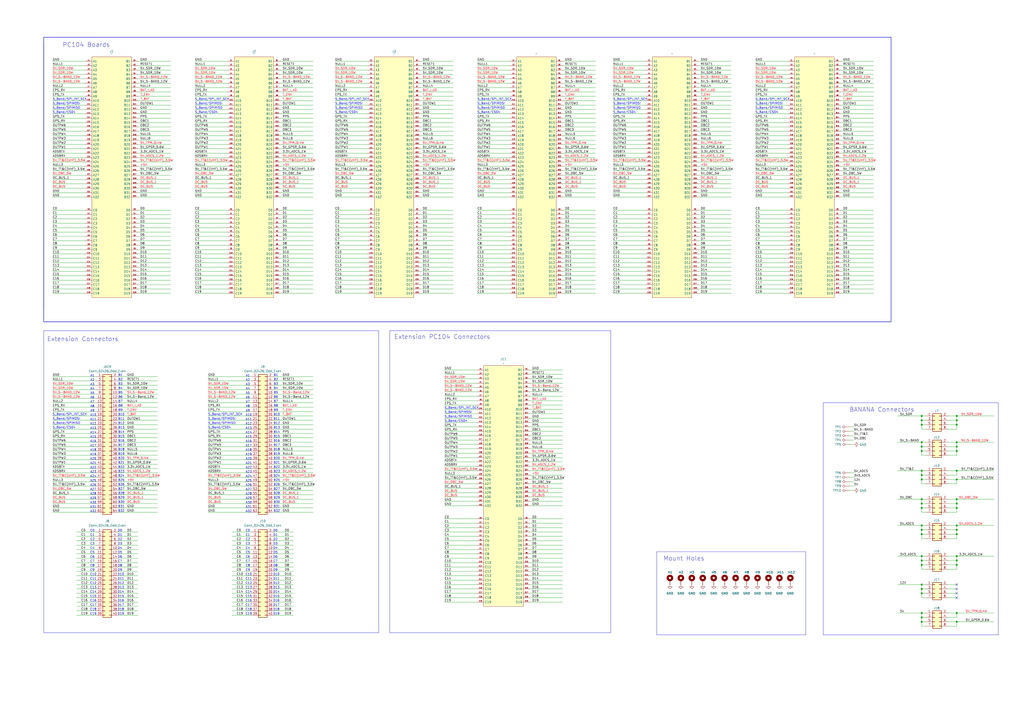
<source format=kicad_sch>
(kicad_sch (version 20250114) (generator "eeschema") (generator_version "9.0")
  (paper "A2")
  (title_block (title "Parus flat-sat") (date "2025-03-22") (rev "0.1") (company "NTUT/TASA"))
  (rectangle (start 25.4 191.77) (end 219.71 367.03))
  (rectangle (start 226.06 191.77) (end 354.33 367.03))
  (rectangle (start 381 320.04) (end 467.36 368.3))
  (rectangle (start 477.52 233.68) (end 579.12 368.3))
  (rectangle (start 25.4 21.59) (end 516.89 186.69) (stroke (width 0.254)))
  (text "A8" (at 143.764 235.712 0) (effects (font (size 1.27 1.27))))
  (text "C7" (at 69.596 325.628 0) (effects (font (size 1.27 1.27))))
  (text "D15" (at 70.104 345.948 0) (effects (font (size 1.27 1.27))))
  (text "B14" (at 160.528 250.698 0) (effects (font (size 1.27 1.27))))
  (text "D10" (at 70.104 333.248 0) (effects (font (size 1.27 1.27))))
  (text "B8" (at 69.85 235.458 0) (effects (font (size 1.27 1.27))))
  (text "B30" (at 160.528 291.338 0) (effects (font (size 1.27 1.27))))
  (text "D11" (at 160.274 335.788 0) (effects (font (size 1.27 1.27))))
  (text "A3" (at 53.594 223.012 0) (effects (font (size 1.27 1.27))))
  (text "A29" (at 54.102 289.052 0) (effects (font (size 1.27 1.27))))
  (text "A13" (at 144.272 248.412 0) (effects (font (size 1.27 1.27))))
  (text "B6" (at 160.02 230.378 0) (effects (font (size 1.27 1.27))))
  (text "B18" (at 70.358 260.858 0) (effects (font (size 1.27 1.27))))
  (text "C19" (at 54.102 356.108 0) (effects (font (size 1.27 1.27))))
  (text "A1" (at 143.764 217.932 0) (effects (font (size 1.27 1.27))))
  (text "C12" (at 54.102 338.328 0) (effects (font (size 1.27 1.27))))
  (text "C16" (at 54.102 348.488 0) (effects (font (size 1.27 1.27))))
  (text "A19" (at 144.272 263.652 0) (effects (font (size 1.27 1.27))))
  (text "B6" (at 69.85 230.378 0) (effects (font (size 1.27 1.27))))
  (text "B2" (at 160.02 220.218 0) (effects (font (size 1.27 1.27))))
  (text "A7" (at 53.594 233.172 0) (effects (font (size 1.27 1.27))))
  (text "C14" (at 144.272 343.408 0) (effects (font (size 1.27 1.27))))
  (text "A31" (at 54.102 294.132 0) (effects (font (size 1.27 1.27))))
  (text "A26" (at 144.272 281.432 0) (effects (font (size 1.27 1.27))))
  (text "D6" (at 69.596 323.088 0) (effects (font (size 1.27 1.27))))
  (text "C0" (at 143.764 307.848 0) (effects (font (size 1.27 1.27))))
  (text "A26" (at 54.102 281.432 0) (effects (font (size 1.27 1.27))))
  (text "B2" (at 69.85 220.218 0) (effects (font (size 1.27 1.27))))
  (text "A21" (at 54.102 268.732 0) (effects (font (size 1.27 1.27))))
  (text "B15" (at 160.528 253.238 0) (effects (font (size 1.27 1.27))))
  (text "B10" (at 160.528 240.538 0) (effects (font (size 1.27 1.27))))
  (text "B30" (at 70.358 291.338 0) (effects (font (size 1.27 1.27))))
  (text "Extension Connectors" (at 48.006 196.85 0) (effects (font (size 2.54 2.54))))
  (text "A11" (at 144.272 243.332 0) (effects (font (size 1.27 1.27))))
  (text "B12" (at 70.358 245.618 0) (effects (font (size 1.27 1.27))))
  (text "D2" (at 159.766 312.928 0) (effects (font (size 1.27 1.27))))
  (text "C18" (at 144.272 353.568 0) (effects (font (size 1.27 1.27))))
  (text "A21" (at 144.272 268.732 0) (effects (font (size 1.27 1.27))))
  (text "A17" (at 144.272 258.572 0) (effects (font (size 1.27 1.27))))
  (text "B21" (at 160.528 268.478 0) (effects (font (size 1.27 1.27))))
  (text "B3" (at 160.02 222.758 0) (effects (font (size 1.27 1.27))))
  (text "D2" (at 69.596 312.928 0) (effects (font (size 1.27 1.27))))
  (text "D0" (at 69.596 307.848 0) (effects (font (size 1.27 1.27))))
  (text "C18" (at 54.102 353.568 0) (effects (font (size 1.27 1.27))))
  (text "A30" (at 144.272 291.592 0) (effects (font (size 1.27 1.27))))
  (text "Extension PC104 Connectors" (at 256.54 195.58 0) (effects (font (size 2.54 2.54))))
  (text "B17" (at 160.528 258.318 0) (effects (font (size 1.27 1.27))))
  (text "B22" (at 70.358 271.018 0) (effects (font (size 1.27 1.27))))
  (text "C7" (at 159.766 325.628 0) (effects (font (size 1.27 1.27))))
  (text "B18" (at 160.528 260.858 0) (effects (font (size 1.27 1.27))))
  (text "B8" (at 160.02 235.458 0) (effects (font (size 1.27 1.27))))
  (text "B11" (at 160.528 243.078 0) (effects (font (size 1.27 1.27))))
  (text "B17" (at 70.358 258.318 0) (effects (font (size 1.27 1.27))))
  (text "B25" (at 160.528 278.638 0) (effects (font (size 1.27 1.27))))
  (text "C10" (at 54.102 333.248 0) (effects (font (size 1.27 1.27))))
  (text "C11" (at 54.102 335.788 0) (effects (font (size 1.27 1.27))))
  (text "D10" (at 160.274 333.248 0) (effects (font (size 1.27 1.27))))
  (text "B27" (at 70.358 283.718 0) (effects (font (size 1.27 1.27))))
  (text "D17" (at 70.104 351.028 0) (effects (font (size 1.27 1.27))))
  (text "B13" (at 70.358 248.158 0) (effects (font (size 1.27 1.27))))
  (text "A14" (at 144.272 250.952 0) (effects (font (size 1.27 1.27))))
  (text "C13" (at 54.102 340.868 0) (effects (font (size 1.27 1.27))))
  (text "D12" (at 70.104 338.328 0) (effects (font (size 1.27 1.27))))
  (text "C12" (at 144.272 338.328 0) (effects (font (size 1.27 1.27))))
  (text "B26" (at 160.528 281.178 0) (effects (font (size 1.27 1.27))))
  (text "A7" (at 143.764 233.172 0) (effects (font (size 1.27 1.27))))
  (text "B24" (at 160.528 276.098 0) (effects (font (size 1.27 1.27))))
  (text "B32" (at 70.358 296.418 0) (effects (font (size 1.27 1.27))))
  (text "D1" (at 69.596 310.388 0) (effects (font (size 1.27 1.27))))
  (text "A13" (at 54.102 248.412 0) (effects (font (size 1.27 1.27))))
  (text "A12" (at 54.102 245.872 0) (effects (font (size 1.27 1.27))))
  (text "C4" (at 143.764 318.008 0) (effects (font (size 1.27 1.27))))
  (text "A25" (at 144.272 278.892 0) (effects (font (size 1.27 1.27))))
  (text "B7" (at 69.85 232.918 0) (effects (font (size 1.27 1.27))))
  (text "B7" (at 160.02 232.918 0) (effects (font (size 1.27 1.27))))
  (text "A6" (at 53.594 230.632 0) (effects (font (size 1.27 1.27))))
  (text "C19" (at 144.272 356.108 0) (effects (font (size 1.27 1.27))))
  (text "B28" (at 70.358 286.258 0) (effects (font (size 1.27 1.27))))
  (text "B4" (at 160.02 225.298 0) (effects (font (size 1.27 1.27))))
  (text "D4" (at 159.766 318.008 0) (effects (font (size 1.27 1.27))))
  (text "A16" (at 54.102 256.032 0) (effects (font (size 1.27 1.27))))
  (text "BANANA Connectors" (at 511.556 237.744 0) (effects (font (size 2.54 2.54))))
  (text "B13" (at 160.528 248.158 0) (effects (font (size 1.27 1.27))))
  (text "D3" (at 159.766 315.468 0) (effects (font (size 1.27 1.27))))
  (text "C9" (at 53.594 330.708 0) (effects (font (size 1.27 1.27))))
  (text "A3" (at 143.764 223.012 0) (effects (font (size 1.27 1.27))))
  (text "D16" (at 70.104 348.488 0) (effects (font (size 1.27 1.27))))
  (text "A19" (at 54.102 263.652 0) (effects (font (size 1.27 1.27))))
  (text "A27" (at 144.272 283.972 0) (effects (font (size 1.27 1.27))))
  (text "C2" (at 53.594 312.928 0) (effects (font (size 1.27 1.27))))
  (text "B14" (at 70.358 250.698 0) (effects (font (size 1.27 1.27))))
  (text "B5" (at 69.85 227.838 0) (effects (font (size 1.27 1.27))))
  (text "D8" (at 159.766 328.168 0) (effects (font (size 1.27 1.27))))
  (text "D14" (at 160.274 343.408 0) (effects (font (size 1.27 1.27))))
  (text "C8" (at 143.764 328.168 0) (effects (font (size 1.27 1.27))))
  (text "C11" (at 144.272 335.788 0) (effects (font (size 1.27 1.27))))
  (text "B24" (at 70.358 276.098 0) (effects (font (size 1.27 1.27))))
  (text "A5" (at 53.594 228.092 0) (effects (font (size 1.27 1.27))))
  (text "A20" (at 144.272 266.192 0) (effects (font (size 1.27 1.27))))
  (text "A2" (at 53.594 220.472 0) (effects (font (size 1.27 1.27))))
  (text "D5" (at 69.596 320.548 0) (effects (font (size 1.27 1.27))))
  (text "C3" (at 143.764 315.468 0) (effects (font (size 1.27 1.27))))
  (text "D19" (at 160.274 356.108 0) (effects (font (size 1.27 1.27))))
  (text "B26" (at 70.358 281.178 0) (effects (font (size 1.27 1.27))))
  (text "C17" (at 144.272 351.028 0) (effects (font (size 1.27 1.27))))
  (text "A20" (at 54.102 266.192 0) (effects (font (size 1.27 1.27))))
  (text "A10" (at 54.102 240.792 0) (effects (font (size 1.27 1.27))))
  (text "C2" (at 143.764 312.928 0) (effects (font (size 1.27 1.27))))
  (text "A10" (at 144.272 240.792 0) (effects (font (size 1.27 1.27))))
  (text "D14" (at 70.104 343.408 0) (effects (font (size 1.27 1.27))))
  (text "D17" (at 160.274 351.028 0) (effects (font (size 1.27 1.27))))
  (text "C7" (at 53.594 325.628 0) (effects (font (size 1.27 1.27))))
  (text "A9" (at 143.764 238.252 0) (effects (font (size 1.27 1.27))))
  (text "A23" (at 54.102 273.812 0) (effects (font (size 1.27 1.27))))
  (text "C6" (at 53.594 323.088 0) (effects (font (size 1.27 1.27))))
  (text "B20" (at 160.528 265.938 0) (effects (font (size 1.27 1.27))))
  (text "A30" (at 54.102 291.592 0) (effects (font (size 1.27 1.27))))
  (text "A15" (at 54.102 253.492 0) (effects (font (size 1.27 1.27))))
  (text "A6" (at 143.764 230.632 0) (effects (font (size 1.27 1.27))))
  (text "C16" (at 144.272 348.488 0) (effects (font (size 1.27 1.27))))
  (text "C7" (at 143.764 325.628 0) (effects (font (size 1.27 1.27))))
  (text "D12" (at 160.274 338.328 0) (effects (font (size 1.27 1.27))))
  (text "D11" (at 70.104 335.788 0) (effects (font (size 1.27 1.27))))
  (text "A22" (at 54.102 271.272 0) (effects (font (size 1.27 1.27))))
  (text "A32" (at 144.272 296.672 0) (effects (font (size 1.27 1.27))))
  (text "C15" (at 54.102 345.948 0) (effects (font (size 1.27 1.27))))
  (text "C5" (at 53.594 320.548 0) (effects (font (size 1.27 1.27))))
  (text "D8" (at 69.596 328.168 0) (effects (font (size 1.27 1.27))))
  (text "D0" (at 159.766 307.848 0) (effects (font (size 1.27 1.27))))
  (text "A4" (at 143.764 225.552 0) (effects (font (size 1.27 1.27))))
  (text "D9" (at 159.766 330.708 0) (effects (font (size 1.27 1.27))))
  (text "D1" (at 159.766 310.388 0) (effects (font (size 1.27 1.27))))
  (text "B25" (at 70.358 278.638 0) (effects (font (size 1.27 1.27))))
  (text "C1" (at 143.764 310.388 0) (effects (font (size 1.27 1.27))))
  (text "B29" (at 70.358 288.798 0) (effects (font (size 1.27 1.27))))
  (text "A14" (at 54.102 250.952 0) (effects (font (size 1.27 1.27))))
  (text "B21" (at 70.358 268.478 0) (effects (font (size 1.27 1.27))))
  (text "A8" (at 53.594 235.712 0) (effects (font (size 1.27 1.27))))
  (text "D9" (at 69.596 330.708 0) (effects (font (size 1.27 1.27))))
  (text "A9" (at 53.594 238.252 0) (effects (font (size 1.27 1.27))))
  (text "B3" (at 69.85 222.758 0) (effects (font (size 1.27 1.27))))
  (text "A18" (at 54.102 261.112 0) (effects (font (size 1.27 1.27))))
  (text "C10" (at 144.272 333.248 0) (effects (font (size 1.27 1.27))))
  (text "A17" (at 54.102 258.572 0) (effects (font (size 1.27 1.27))))
  (text "C6" (at 143.764 323.088 0) (effects (font (size 1.27 1.27))))
  (text "C5" (at 143.764 320.548 0) (effects (font (size 1.27 1.27))))
  (text "Mount Holes" (at 396.748 324.104 0) (effects (font (size 2.54 2.54))))
  (text "A18" (at 144.272 261.112 0) (effects (font (size 1.27 1.27))))
  (text "B29" (at 160.528 288.798 0) (effects (font (size 1.27 1.27))))
  (text "B9" (at 69.85 237.998 0) (effects (font (size 1.27 1.27))))
  (text "PC104 Boards" (at 50.038 26.162 0) (effects (font (size 2.54 2.54))))
  (text "D18" (at 160.274 353.568 0) (effects (font (size 1.27 1.27))))
  (text "C1" (at 53.594 310.388 0) (effects (font (size 1.27 1.27))))
  (text "C8" (at 53.594 328.168 0) (effects (font (size 1.27 1.27))))
  (text "B23" (at 70.358 273.558 0) (effects (font (size 1.27 1.27))))
  (text "A29" (at 144.272 289.052 0) (effects (font (size 1.27 1.27))))
  (text "C3" (at 53.594 315.468 0) (effects (font (size 1.27 1.27))))
  (text "C17" (at 54.102 351.028 0) (effects (font (size 1.27 1.27))))
  (text "D6" (at 159.766 323.088 0) (effects (font (size 1.27 1.27))))
  (text "B27" (at 160.528 283.718 0) (effects (font (size 1.27 1.27))))
  (text "B28" (at 160.528 286.258 0) (effects (font (size 1.27 1.27))))
  (text "A25" (at 54.102 278.892 0) (effects (font (size 1.27 1.27))))
  (text "B12" (at 160.528 245.618 0) (effects (font (size 1.27 1.27))))
  (text "C15" (at 144.272 345.948 0) (effects (font (size 1.27 1.27))))
  (text "A2" (at 143.764 220.472 0) (effects (font (size 1.27 1.27))))
  (text "B5" (at 160.02 227.838 0) (effects (font (size 1.27 1.27))))
  (text "B10" (at 70.358 240.538 0) (effects (font (size 1.27 1.27))))
  (text "B16" (at 160.528 255.778 0) (effects (font (size 1.27 1.27))))
  (text "A1" (at 53.594 217.932 0) (effects (font (size 1.27 1.27))))
  (text "A22" (at 144.272 271.272 0) (effects (font (size 1.27 1.27))))
  (text "B19" (at 70.358 263.398 0) (effects (font (size 1.27 1.27))))
  (text "C14" (at 54.102 343.408 0) (effects (font (size 1.27 1.27))))
  (text "D13" (at 160.274 340.868 0) (effects (font (size 1.27 1.27))))
  (text "B9" (at 160.02 237.998 0) (effects (font (size 1.27 1.27))))
  (text "B32" (at 160.528 296.418 0) (effects (font (size 1.27 1.27))))
  (text "D3" (at 69.596 315.468 0) (effects (font (size 1.27 1.27))))
  (text "A12" (at 144.272 245.872 0) (effects (font (size 1.27 1.27))))
  (text "A24" (at 54.102 276.352 0) (effects (font (size 1.27 1.27))))
  (text "A28" (at 144.272 286.512 0) (effects (font (size 1.27 1.27))))
  (text "B1" (at 69.85 217.678 0) (effects (font (size 1.27 1.27))))
  (text "B15" (at 70.358 253.238 0) (effects (font (size 1.27 1.27))))
  (text "B31" (at 160.528 293.878 0) (effects (font (size 1.27 1.27))))
  (text "D18" (at 70.104 353.568 0) (effects (font (size 1.27 1.27))))
  (text "B11" (at 70.358 243.078 0) (effects (font (size 1.27 1.27))))
  (text "A23" (at 144.272 273.812 0) (effects (font (size 1.27 1.27))))
  (text "B23" (at 160.528 273.558 0) (effects (font (size 1.27 1.27))))
  (text "B16" (at 70.358 255.778 0) (effects (font (size 1.27 1.27))))
  (text "C13" (at 144.272 340.868 0) (effects (font (size 1.27 1.27))))
  (text "B4" (at 69.85 225.298 0) (effects (font (size 1.27 1.27))))
  (text "D19" (at 70.104 356.108 0) (effects (font (size 1.27 1.27))))
  (text "D4" (at 69.596 318.008 0) (effects (font (size 1.27 1.27))))
  (text "A24" (at 144.272 276.352 0) (effects (font (size 1.27 1.27))))
  (text "B19" (at 160.528 263.398 0) (effects (font (size 1.27 1.27))))
  (text "A28" (at 54.102 286.512 0) (effects (font (size 1.27 1.27))))
  (text "C9" (at 143.764 330.708 0) (effects (font (size 1.27 1.27))))
  (text "D15" (at 160.274 345.948 0) (effects (font (size 1.27 1.27))))
  (text "A27" (at 54.102 283.972 0) (effects (font (size 1.27 1.27))))
  (text "A32" (at 54.102 296.672 0) (effects (font (size 1.27 1.27))))
  (text "A15" (at 144.272 253.492 0) (effects (font (size 1.27 1.27))))
  (text "B1" (at 160.02 217.678 0) (effects (font (size 1.27 1.27))))
  (text "C0" (at 53.594 307.848 0) (effects (font (size 1.27 1.27))))
  (text "B22" (at 160.528 271.018 0) (effects (font (size 1.27 1.27))))
  (text "D5" (at 159.766 320.548 0) (effects (font (size 1.27 1.27))))
  (text "D13" (at 70.104 340.868 0) (effects (font (size 1.27 1.27))))
  (text "C4" (at 53.594 318.008 0) (effects (font (size 1.27 1.27))))
  (text "D16" (at 160.274 348.488 0) (effects (font (size 1.27 1.27))))
  (text "A5" (at 143.764 228.092 0) (effects (font (size 1.27 1.27))))
  (text "A11" (at 54.102 243.332 0) (effects (font (size 1.27 1.27))))
  (text "B31" (at 70.358 293.878 0) (effects (font (size 1.27 1.27))))
  (text "A4" (at 53.594 225.552 0) (effects (font (size 1.27 1.27))))
  (text "A31" (at 144.272 294.132 0) (effects (font (size 1.27 1.27))))
  (text "A16" (at 144.272 256.032 0) (effects (font (size 1.27 1.27))))
  (text "B20" (at 70.358 265.938 0) (effects (font (size 1.27 1.27))))
  (junction (at 534.67 294.64))
  (junction (at 554.99 355.6))
  (junction (at 534.67 325.12))
  (junction (at 554.99 278.13))
  (junction (at 534.67 275.59))
  (junction (at 534.67 278.13))
  (junction (at 534.67 322.58))
  (junction (at 534.67 341.63))
  (junction (at 534.67 339.09))
  (junction (at 554.99 273.05))
  (junction (at 534.67 243.84))
  (junction (at 534.67 304.8))
  (junction (at 534.67 355.6))
  (junction (at 534.67 241.3))
  (junction (at 534.67 292.1))
  (junction (at 554.99 243.84))
  (junction (at 554.99 261.62))
  (junction (at 554.99 307.34))
  (junction (at 534.67 344.17))
  (junction (at 554.99 246.38))
  (junction (at 554.99 304.8))
  (junction (at 554.99 292.1))
  (junction (at 534.67 358.14))
  (junction (at 534.67 256.54))
  (junction (at 534.67 289.56))
  (junction (at 534.67 327.66))
  (junction (at 554.99 241.3))
  (junction (at 554.99 327.66))
  (junction (at 554.99 256.54))
  (junction (at 534.67 307.34))
  (junction (at 534.67 246.38))
  (junction (at 534.67 273.05))
  (junction (at 554.99 259.08))
  (junction (at 534.67 261.62))
  (junction (at 554.99 289.56))
  (junction (at 554.99 325.12))
  (junction (at 554.99 360.68))
  (junction (at 534.67 309.88))
  (junction (at 554.99 322.58))
  (junction (at 534.67 259.08))
  (junction (at 554.99 309.88))
  (junction (at 554.99 294.64))
  (junction (at 534.67 360.68))
  (no_connect (at 554.99 344.17))
  (no_connect (at 554.99 339.09))
  (no_connect (at 632.46 -85.09))
  (no_connect (at 554.99 346.71))
  (no_connect (at 554.99 341.63))
  (wire (pts (xy 355.6 162.56) (xy 374.65 162.56)))
  (wire (pts (xy 194.31 48.26) (xy 213.36 48.26)))
  (wire (pts (xy 243.84 93.98) (xy 262.89 93.98)))
  (wire (pts (xy 243.84 53.34) (xy 262.89 53.34)))
  (wire (pts (xy 243.84 58.42) (xy 262.89 58.42)))
  (wire (pts (xy 276.86 76.2) (xy 295.91 76.2)))
  (wire (pts (xy 194.31 73.66) (xy 213.36 73.66)))
  (wire (pts (xy 276.86 78.74) (xy 295.91 78.74)))
  (wire (pts (xy 243.84 149.86) (xy 262.89 149.86)))
  (wire (pts (xy 68.58 294.64) (xy 91.44 294.64)))
  (wire (pts (xy 134.62 356.87) (xy 146.05 356.87)))
  (wire (pts (xy 554.99 297.18) (xy 554.99 294.64)))
  (wire (pts (xy 243.84 137.16) (xy 262.89 137.16)))
  (wire (pts (xy 307.34 252.73) (xy 326.39 252.73)))
  (wire (pts (xy 194.31 157.48) (xy 213.36 157.48)))
  (wire (pts (xy 134.62 321.31) (xy 146.05 321.31)))
  (wire (pts (xy 243.84 78.74) (xy 262.89 78.74)))
  (wire (pts (xy 405.13 132.08) (xy 424.18 132.08)))
  (wire (pts (xy 355.6 167.64) (xy 374.65 167.64)))
  (wire (pts (xy 113.03 43.18) (xy 132.08 43.18)))
  (wire (pts (xy 158.75 259.08) (xy 181.61 259.08)))
  (wire (pts (xy 307.34 270.51) (xy 326.39 270.51)))
  (wire (pts (xy 30.48 96.52) (xy 49.53 96.52)))
  (wire (pts (xy 162.56 127) (xy 181.61 127)))
  (wire (pts (xy 158.75 248.92) (xy 181.61 248.92)))
  (wire (pts (xy 194.31 149.86) (xy 213.36 149.86)))
  (wire (pts (xy 30.48 162.56) (xy 49.53 162.56)))
  (wire (pts (xy 405.13 76.2) (xy 424.18 76.2)))
  (wire (pts (xy 120.65 289.56) (xy 146.05 289.56)))
  (wire (pts (xy 355.6 137.16) (xy 374.65 137.16)))
  (wire (pts (xy 80.01 129.54) (xy 99.06 129.54)))
  (wire (pts (xy 44.45 336.55) (xy 55.88 336.55)))
  (wire (pts (xy 80.01 167.64) (xy 99.06 167.64)))
  (wire (pts (xy 68.58 243.84) (xy 91.44 243.84)))
  (wire (pts (xy 158.75 344.17) (xy 170.18 344.17)))
  (wire (pts (xy 355.6 55.88) (xy 374.65 55.88)))
  (wire (pts (xy 30.48 220.98) (xy 55.88 220.98)))
  (wire (pts (xy 276.86 106.68) (xy 295.91 106.68)))
  (wire (pts (xy 30.48 83.82) (xy 49.53 83.82)))
  (wire (pts (xy 120.65 243.84) (xy 146.05 243.84)))
  (wire (pts (xy 134.62 351.79) (xy 146.05 351.79)))
  (wire (pts (xy 68.58 241.3) (xy 91.44 241.3)))
  (wire (pts (xy 276.86 66.04) (xy 295.91 66.04)))
  (wire (pts (xy 487.68 170.18) (xy 506.73 170.18)))
  (wire (pts (xy 30.48 241.3) (xy 55.88 241.3)))
  (wire (pts (xy 80.01 88.9) (xy 99.06 88.9)))
  (wire (pts (xy 68.58 233.68) (xy 91.44 233.68)))
  (wire (pts (xy 243.84 134.62) (xy 262.89 134.62)))
  (wire (pts (xy 113.03 129.54) (xy 132.08 129.54)))
  (wire (pts (xy 158.75 220.98) (xy 181.61 220.98)))
  (wire (pts (xy 120.65 251.46) (xy 146.05 251.46)))
  (wire (pts (xy 243.84 147.32) (xy 262.89 147.32)))
  (wire (pts (xy 257.81 341.63) (xy 276.86 341.63)))
  (wire (pts (xy 307.34 283.21) (xy 326.39 283.21)))
  (wire (pts (xy 307.34 234.95) (xy 326.39 234.95)))
  (wire (pts (xy 549.91 243.84) (xy 554.99 243.84)))
  (wire (pts (xy 405.13 104.14) (xy 424.18 104.14)))
  (wire (pts (xy 257.81 265.43) (xy 276.86 265.43)))
  (wire (pts (xy 113.03 71.12) (xy 132.08 71.12)))
  (wire (pts (xy 326.39 81.28) (xy 345.44 81.28)))
  (wire (pts (xy 549.91 292.1) (xy 554.99 292.1)))
  (wire (pts (xy 162.56 76.2) (xy 181.61 76.2)))
  (wire (pts (xy 355.6 170.18) (xy 374.65 170.18)))
  (wire (pts (xy 257.81 323.85) (xy 276.86 323.85)))
  (wire (pts (xy 158.75 223.52) (xy 181.61 223.52)))
  (wire (pts (xy 326.39 53.34) (xy 345.44 53.34)))
  (wire (pts (xy 158.75 297.18) (xy 181.61 297.18)))
  (wire (pts (xy 487.68 152.4) (xy 506.73 152.4)))
  (wire (pts (xy 68.58 256.54) (xy 91.44 256.54)))
  (wire (pts (xy 355.6 154.94) (xy 374.65 154.94)))
  (wire (pts (xy 113.03 78.74) (xy 132.08 78.74)))
  (wire (pts (xy 554.99 307.34) (xy 554.99 304.8)))
  (wire (pts (xy 326.39 104.14) (xy 345.44 104.14)))
  (wire (pts (xy 534.67 346.71) (xy 534.67 344.17)))
  (wire (pts (xy 44.45 316.23) (xy 55.88 316.23)))
  (wire (pts (xy 113.03 73.66) (xy 132.08 73.66)))
  (wire (pts (xy 405.13 170.18) (xy 424.18 170.18)))
  (wire (pts (xy 534.67 358.14) (xy 537.21 358.14)))
  (wire (pts (xy 243.84 142.24) (xy 262.89 142.24)))
  (wire (pts (xy 80.01 144.78) (xy 99.06 144.78)))
  (wire (pts (xy 243.84 45.72) (xy 262.89 45.72)))
  (wire (pts (xy 68.58 226.06) (xy 91.44 226.06)))
  (wire (pts (xy 355.6 127) (xy 374.65 127)))
  (wire (pts (xy 487.68 83.82) (xy 506.73 83.82)))
  (wire (pts (xy 534.67 278.13) (xy 537.21 278.13)))
  (wire (pts (xy 355.6 96.52) (xy 374.65 96.52)))
  (wire (pts (xy 257.81 260.35) (xy 276.86 260.35)))
  (wire (pts (xy 405.13 96.52) (xy 424.18 96.52)))
  (wire (pts (xy 30.48 63.5) (xy 49.53 63.5)))
  (wire (pts (xy 534.67 246.38) (xy 537.21 246.38)))
  (wire (pts (xy 554.99 273.05) (xy 576.58 273.05)))
  (wire (pts (xy 495.3 281.94) (xy 492.76 281.94)))
  (wire (pts (xy 68.58 328.93) (xy 80.01 328.93)))
  (wire (pts (xy 307.34 316.23) (xy 326.39 316.23)))
  (wire (pts (xy 30.48 144.78) (xy 49.53 144.78)))
  (wire (pts (xy 134.62 311.15) (xy 146.05 311.15)))
  (wire (pts (xy 162.56 109.22) (xy 181.61 109.22)))
  (wire (pts (xy 80.01 83.82) (xy 99.06 83.82)))
  (wire (pts (xy 243.84 91.44) (xy 262.89 91.44)))
  (wire (pts (xy 243.84 144.78) (xy 262.89 144.78)))
  (wire (pts (xy 68.58 339.09) (xy 80.01 339.09)))
  (wire (pts (xy 438.15 68.58) (xy 457.2 68.58)))
  (wire (pts (xy 276.86 149.86) (xy 295.91 149.86)))
  (wire (pts (xy 30.48 106.68) (xy 49.53 106.68)))
  (wire (pts (xy 30.48 292.1) (xy 55.88 292.1)))
  (wire (pts (xy 30.48 121.92) (xy 49.53 121.92)))
  (wire (pts (xy 257.81 313.69) (xy 276.86 313.69)))
  (wire (pts (xy 120.65 238.76) (xy 146.05 238.76)))
  (wire (pts (xy 438.15 144.78) (xy 457.2 144.78)))
  (wire (pts (xy 44.45 349.25) (xy 55.88 349.25)))
  (wire (pts (xy 276.86 58.42) (xy 295.91 58.42)))
  (wire (pts (xy 534.67 280.67) (xy 534.67 278.13)))
  (wire (pts (xy 158.75 318.77) (xy 170.18 318.77)))
  (wire (pts (xy 534.67 292.1) (xy 537.21 292.1)))
  (wire (pts (xy 487.68 129.54) (xy 506.73 129.54)))
  (wire (pts (xy 405.13 142.24) (xy 424.18 142.24)))
  (wire (pts (xy 80.01 73.66) (xy 99.06 73.66)))
  (wire (pts (xy 326.39 78.74) (xy 345.44 78.74)))
  (wire (pts (xy 120.65 226.06) (xy 146.05 226.06)))
  (wire (pts (xy 326.39 152.4) (xy 345.44 152.4)))
  (wire (pts (xy 355.6 35.56) (xy 374.65 35.56)))
  (wire (pts (xy 438.15 152.4) (xy 457.2 152.4)))
  (wire (pts (xy 194.31 142.24) (xy 213.36 142.24)))
  (wire (pts (xy 158.75 313.69) (xy 170.18 313.69)))
  (wire (pts (xy 438.15 45.72) (xy 457.2 45.72)))
  (wire (pts (xy 537.21 297.18) (xy 534.67 297.18)))
  (wire (pts (xy 487.68 137.16) (xy 506.73 137.16)))
  (wire (pts (xy 487.68 154.94) (xy 506.73 154.94)))
  (wire (pts (xy 120.65 254) (xy 146.05 254)))
  (wire (pts (xy 113.03 121.92) (xy 132.08 121.92)))
  (wire (pts (xy 80.01 114.3) (xy 99.06 114.3)))
  (wire (pts (xy 44.45 339.09) (xy 55.88 339.09)))
  (wire (pts (xy 257.81 283.21) (xy 276.86 283.21)))
  (wire (pts (xy 534.67 355.6) (xy 537.21 355.6)))
  (wire (pts (xy 80.01 86.36) (xy 99.06 86.36)))
  (wire (pts (xy 30.48 60.96) (xy 49.53 60.96)))
  (wire (pts (xy 113.03 45.72) (xy 132.08 45.72)))
  (wire (pts (xy 113.03 165.1) (xy 132.08 165.1)))
  (wire (pts (xy 243.84 60.96) (xy 262.89 60.96)))
  (wire (pts (xy 162.56 134.62) (xy 181.61 134.62)))
  (wire (pts (xy 326.39 149.86) (xy 345.44 149.86)))
  (wire (pts (xy 276.86 71.12) (xy 295.91 71.12)))
  (wire (pts (xy 276.86 139.7) (xy 295.91 139.7)))
  (wire (pts (xy 162.56 88.9) (xy 181.61 88.9)))
  (wire (pts (xy 162.56 132.08) (xy 181.61 132.08)))
  (wire (pts (xy 257.81 326.39) (xy 276.86 326.39)))
  (wire (pts (xy 257.81 270.51) (xy 276.86 270.51)))
  (wire (pts (xy 113.03 83.82) (xy 132.08 83.82)))
  (wire (pts (xy 158.75 287.02) (xy 181.61 287.02)))
  (wire (pts (xy 326.39 73.66) (xy 345.44 73.66)))
  (wire (pts (xy 487.68 111.76) (xy 506.73 111.76)))
  (wire (pts (xy 438.15 170.18) (xy 457.2 170.18)))
  (wire (pts (xy 405.13 93.98) (xy 424.18 93.98)))
  (wire (pts (xy 554.99 322.58) (xy 576.58 322.58)))
  (wire (pts (xy 162.56 124.46) (xy 181.61 124.46)))
  (wire (pts (xy 68.58 311.15) (xy 80.01 311.15)))
  (wire (pts (xy 495.3 276.86) (xy 492.76 276.86)))
  (wire (pts (xy 68.58 318.77) (xy 80.01 318.77)))
  (wire (pts (xy 68.58 281.94) (xy 91.44 281.94)))
  (wire (pts (xy 257.81 344.17) (xy 276.86 344.17)))
  (wire (pts (xy 162.56 104.14) (xy 181.61 104.14)))
  (wire (pts (xy 243.84 43.18) (xy 262.89 43.18)))
  (wire (pts (xy 326.39 167.64) (xy 345.44 167.64)))
  (wire (pts (xy 326.39 121.92) (xy 345.44 121.92)))
  (wire (pts (xy 158.75 271.78) (xy 181.61 271.78)))
  (wire (pts (xy 30.48 55.88) (xy 49.53 55.88)))
  (wire (pts (xy 326.39 38.1) (xy 345.44 38.1)))
  (wire (pts (xy 134.62 313.69) (xy 146.05 313.69)))
  (wire (pts (xy 194.31 167.64) (xy 213.36 167.64)))
  (wire (pts (xy 158.75 308.61) (xy 170.18 308.61)))
  (wire (pts (xy 487.68 127) (xy 506.73 127)))
  (wire (pts (xy 243.84 111.76) (xy 262.89 111.76)))
  (wire (pts (xy 438.15 86.36) (xy 457.2 86.36)))
  (wire (pts (xy 162.56 101.6) (xy 181.61 101.6)))
  (wire (pts (xy 162.56 147.32) (xy 181.61 147.32)))
  (wire (pts (xy 549.91 246.38) (xy 554.99 246.38)))
  (wire (pts (xy 276.86 111.76) (xy 295.91 111.76)))
  (wire (pts (xy 355.6 165.1) (xy 374.65 165.1)))
  (wire (pts (xy 534.67 358.14) (xy 534.67 355.6)))
  (wire (pts (xy 68.58 236.22) (xy 91.44 236.22)))
  (wire (pts (xy 80.01 137.16) (xy 99.06 137.16)))
  (wire (pts (xy 80.01 96.52) (xy 99.06 96.52)))
  (wire (pts (xy 120.65 261.62) (xy 146.05 261.62)))
  (wire (pts (xy 68.58 276.86) (xy 91.44 276.86)))
  (wire (pts (xy 113.03 149.86) (xy 132.08 149.86)))
  (wire (pts (xy 257.81 237.49) (xy 276.86 237.49)))
  (wire (pts (xy 134.62 346.71) (xy 146.05 346.71)))
  (wire (pts (xy 554.99 292.1) (xy 554.99 289.56)))
  (wire (pts (xy 158.75 323.85) (xy 170.18 323.85)))
  (wire (pts (xy 534.67 344.17) (xy 534.67 341.63)))
  (wire (pts (xy 307.34 331.47) (xy 326.39 331.47)))
  (wire (pts (xy 158.75 326.39) (xy 170.18 326.39)))
  (wire (pts (xy 355.6 45.72) (xy 374.65 45.72)))
  (wire (pts (xy 194.31 78.74) (xy 213.36 78.74)))
  (wire (pts (xy 276.86 96.52) (xy 295.91 96.52)))
  (wire (pts (xy 355.6 66.04) (xy 374.65 66.04)))
  (wire (pts (xy 243.84 167.64) (xy 262.89 167.64)))
  (wire (pts (xy 405.13 137.16) (xy 424.18 137.16)))
  (wire (pts (xy 162.56 167.64) (xy 181.61 167.64)))
  (wire (pts (xy 68.58 248.92) (xy 91.44 248.92)))
  (wire (pts (xy 549.91 264.16) (xy 554.99 264.16)))
  (wire (pts (xy 30.48 248.92) (xy 55.88 248.92)))
  (wire (pts (xy 405.13 154.94) (xy 424.18 154.94)))
  (wire (pts (xy 120.65 236.22) (xy 146.05 236.22)))
  (wire (pts (xy 355.6 139.7) (xy 374.65 139.7)))
  (wire (pts (xy 534.67 243.84) (xy 537.21 243.84)))
  (wire (pts (xy 554.99 246.38) (xy 554.99 243.84)))
  (wire (pts (xy 44.45 354.33) (xy 55.88 354.33)))
  (wire (pts (xy 326.39 35.56) (xy 345.44 35.56)))
  (wire (pts (xy 405.13 86.36) (xy 424.18 86.36)))
  (wire (pts (xy 549.91 360.68) (xy 554.99 360.68)))
  (wire (pts (xy 554.99 241.3) (xy 576.58 241.3)))
  (wire (pts (xy 534.67 294.64) (xy 534.67 292.1)))
  (wire (pts (xy 158.75 321.31) (xy 170.18 321.31)))
  (wire (pts (xy 30.48 254) (xy 55.88 254)))
  (wire (pts (xy 405.13 121.92) (xy 424.18 121.92)))
  (wire (pts (xy 307.34 321.31) (xy 326.39 321.31)))
  (wire (pts (xy 307.34 336.55) (xy 326.39 336.55)))
  (wire (pts (xy 44.45 318.77) (xy 55.88 318.77)))
  (wire (pts (xy 326.39 101.6) (xy 345.44 101.6)))
  (wire (pts (xy 158.75 276.86) (xy 181.61 276.86)))
  (wire (pts (xy 162.56 154.94) (xy 181.61 154.94)))
  (wire (pts (xy 80.01 53.34) (xy 99.06 53.34)))
  (wire (pts (xy 30.48 256.54) (xy 55.88 256.54)))
  (wire (pts (xy 243.84 121.92) (xy 262.89 121.92)))
  (wire (pts (xy 158.75 294.64) (xy 181.61 294.64)))
  (wire (pts (xy 534.67 327.66) (xy 537.21 327.66)))
  (wire (pts (xy 30.48 91.44) (xy 49.53 91.44)))
  (wire (pts (xy 405.13 160.02) (xy 424.18 160.02)))
  (wire (pts (xy 194.31 93.98) (xy 213.36 93.98)))
  (wire (pts (xy 549.91 322.58) (xy 554.99 322.58)))
  (wire (pts (xy 276.86 160.02) (xy 295.91 160.02)))
  (wire (pts (xy 158.75 292.1) (xy 181.61 292.1)))
  (wire (pts (xy 194.31 154.94) (xy 213.36 154.94)))
  (wire (pts (xy 243.84 96.52) (xy 262.89 96.52)))
  (wire (pts (xy 307.34 341.63) (xy 326.39 341.63)))
  (wire (pts (xy 162.56 144.78) (xy 181.61 144.78)))
  (wire (pts (xy 355.6 48.26) (xy 374.65 48.26)))
  (wire (pts (xy 554.99 355.6) (xy 576.58 355.6)))
  (wire (pts (xy 307.34 323.85) (xy 326.39 323.85)))
  (wire (pts (xy 355.6 76.2) (xy 374.65 76.2)))
  (wire (pts (xy 194.31 134.62) (xy 213.36 134.62)))
  (wire (pts (xy 194.31 76.2) (xy 213.36 76.2)))
  (wire (pts (xy 495.3 279.4) (xy 492.76 279.4)))
  (wire (pts (xy 44.45 341.63) (xy 55.88 341.63)))
  (wire (pts (xy 30.48 38.1) (xy 49.53 38.1)))
  (wire (pts (xy 243.84 162.56) (xy 262.89 162.56)))
  (wire (pts (xy 162.56 83.82) (xy 181.61 83.82)))
  (wire (pts (xy 68.58 228.6) (xy 91.44 228.6)))
  (wire (pts (xy 307.34 275.59) (xy 326.39 275.59)))
  (wire (pts (xy 495.3 257.81) (xy 492.76 257.81)))
  (wire (pts (xy 257.81 217.17) (xy 276.86 217.17)))
  (wire (pts (xy 438.15 114.3) (xy 457.2 114.3)))
  (wire (pts (xy 257.81 262.89) (xy 276.86 262.89)))
  (wire (pts (xy 30.48 81.28) (xy 49.53 81.28)))
  (wire (pts (xy 120.65 241.3) (xy 146.05 241.3)))
  (wire (pts (xy 307.34 300.99) (xy 326.39 300.99)))
  (wire (pts (xy 194.31 43.18) (xy 213.36 43.18)))
  (wire (pts (xy 326.39 43.18) (xy 345.44 43.18)))
  (wire (pts (xy 534.67 278.13) (xy 534.67 275.59)))
  (wire (pts (xy 194.31 66.04) (xy 213.36 66.04)))
  (wire (pts (xy 405.13 134.62) (xy 424.18 134.62)))
  (wire (pts (xy 158.75 356.87) (xy 170.18 356.87)))
  (wire (pts (xy 405.13 68.58) (xy 424.18 68.58)))
  (wire (pts (xy 438.15 99.06) (xy 457.2 99.06)))
  (wire (pts (xy 134.62 334.01) (xy 146.05 334.01)))
  (wire (pts (xy 68.58 292.1) (xy 91.44 292.1)))
  (wire (pts (xy 162.56 149.86) (xy 181.61 149.86)))
  (wire (pts (xy 326.39 106.68) (xy 345.44 106.68)))
  (wire (pts (xy 243.84 157.48) (xy 262.89 157.48)))
  (wire (pts (xy 194.31 55.88) (xy 213.36 55.88)))
  (wire (pts (xy 30.48 276.86) (xy 55.88 276.86)))
  (wire (pts (xy 326.39 147.32) (xy 345.44 147.32)))
  (wire (pts (xy 162.56 68.58) (xy 181.61 68.58)))
  (wire (pts (xy 405.13 43.18) (xy 424.18 43.18)))
  (wire (pts (xy 326.39 114.3) (xy 345.44 114.3)))
  (wire (pts (xy 276.86 167.64) (xy 295.91 167.64)))
  (wire (pts (xy 276.86 55.88) (xy 295.91 55.88)))
  (wire (pts (xy 80.01 38.1) (xy 99.06 38.1)))
  (wire (pts (xy 257.81 306.07) (xy 276.86 306.07)))
  (wire (pts (xy 257.81 288.29) (xy 276.86 288.29)))
  (wire (pts (xy 30.48 259.08) (xy 55.88 259.08)))
  (wire (pts (xy 487.68 60.96) (xy 506.73 60.96)))
  (wire (pts (xy 120.65 276.86) (xy 146.05 276.86)))
  (wire (pts (xy 405.13 45.72) (xy 424.18 45.72)))
  (wire (pts (xy 257.81 308.61) (xy 276.86 308.61)))
  (wire (pts (xy 68.58 274.32) (xy 91.44 274.32)))
  (wire (pts (xy 405.13 63.5) (xy 424.18 63.5)))
  (wire (pts (xy 30.48 109.22) (xy 49.53 109.22)))
  (wire (pts (xy 495.3 255.27) (xy 492.76 255.27)))
  (wire (pts (xy 405.13 66.04) (xy 424.18 66.04)))
  (wire (pts (xy 326.39 86.36) (xy 345.44 86.36)))
  (wire (pts (xy 276.86 147.32) (xy 295.91 147.32)))
  (wire (pts (xy 355.6 132.08) (xy 374.65 132.08)))
  (wire (pts (xy 549.91 309.88) (xy 554.99 309.88)))
  (wire (pts (xy 80.01 43.18) (xy 99.06 43.18)))
  (wire (pts (xy 243.84 55.88) (xy 262.89 55.88)))
  (wire (pts (xy 405.13 60.96) (xy 424.18 60.96)))
  (wire (pts (xy 44.45 311.15) (xy 55.88 311.15)))
  (wire (pts (xy 68.58 344.17) (xy 80.01 344.17)))
  (wire (pts (xy 113.03 132.08) (xy 132.08 132.08)))
  (wire (pts (xy 487.68 73.66) (xy 506.73 73.66)))
  (wire (pts (xy 113.03 139.7) (xy 132.08 139.7)))
  (wire (pts (xy 158.75 334.01) (xy 170.18 334.01)))
  (wire (pts (xy 30.48 223.52) (xy 55.88 223.52)))
  (wire (pts (xy 307.34 339.09) (xy 326.39 339.09)))
  (wire (pts (xy 134.62 339.09) (xy 146.05 339.09)))
  (wire (pts (xy 68.58 279.4) (xy 91.44 279.4)))
  (wire (pts (xy 158.75 243.84) (xy 181.61 243.84)))
  (wire (pts (xy 120.65 246.38) (xy 146.05 246.38)))
  (wire (pts (xy 158.75 228.6) (xy 181.61 228.6)))
  (wire (pts (xy 158.75 311.15) (xy 170.18 311.15)))
  (wire (pts (xy 30.48 167.64) (xy 49.53 167.64)))
  (wire (pts (xy 194.31 144.78) (xy 213.36 144.78)))
  (wire (pts (xy 162.56 60.96) (xy 181.61 60.96)))
  (wire (pts (xy 80.01 127) (xy 99.06 127)))
  (wire (pts (xy 307.34 224.79) (xy 326.39 224.79)))
  (wire (pts (xy 495.3 250.19) (xy 492.76 250.19)))
  (wire (pts (xy 549.91 256.54) (xy 554.99 256.54)))
  (wire (pts (xy 487.68 101.6) (xy 506.73 101.6)))
  (wire (pts (xy 326.39 124.46) (xy 345.44 124.46)))
  (wire (pts (xy 438.15 147.32) (xy 457.2 147.32)))
  (wire (pts (xy 276.86 50.8) (xy 295.91 50.8)))
  (wire (pts (xy 162.56 71.12) (xy 181.61 71.12)))
  (wire (pts (xy 30.48 274.32) (xy 55.88 274.32)))
  (wire (pts (xy 276.86 43.18) (xy 295.91 43.18)))
  (wire (pts (xy 326.39 55.88) (xy 345.44 55.88)))
  (wire (pts (xy 113.03 157.48) (xy 132.08 157.48)))
  (wire (pts (xy 326.39 68.58) (xy 345.44 68.58)))
  (wire (pts (xy 554.99 259.08) (xy 554.99 256.54)))
  (wire (pts (xy 438.15 43.18) (xy 457.2 43.18)))
  (wire (pts (xy 554.99 275.59) (xy 554.99 273.05)))
  (wire (pts (xy 537.21 330.2) (xy 534.67 330.2)))
  (wire (pts (xy 120.65 259.08) (xy 146.05 259.08)))
  (wire (pts (xy 355.6 73.66) (xy 374.65 73.66)))
  (wire (pts (xy 405.13 149.86) (xy 424.18 149.86)))
  (wire (pts (xy 438.15 38.1) (xy 457.2 38.1)))
  (wire (pts (xy 194.31 152.4) (xy 213.36 152.4)))
  (wire (pts (xy 194.31 101.6) (xy 213.36 101.6)))
  (wire (pts (xy 162.56 91.44) (xy 181.61 91.44)))
  (wire (pts (xy 80.01 109.22) (xy 99.06 109.22)))
  (wire (pts (xy 30.48 284.48) (xy 55.88 284.48)))
  (wire (pts (xy 113.03 99.06) (xy 132.08 99.06)))
  (wire (pts (xy 243.84 152.4) (xy 262.89 152.4)))
  (wire (pts (xy 537.21 248.92) (xy 534.67 248.92)))
  (wire (pts (xy 30.48 160.02) (xy 49.53 160.02)))
  (wire (pts (xy 554.99 243.84) (xy 554.99 241.3)))
  (wire (pts (xy 30.48 40.64) (xy 49.53 40.64)))
  (wire (pts (xy 243.84 35.56) (xy 262.89 35.56)))
  (wire (pts (xy 68.58 326.39) (xy 80.01 326.39)))
  (wire (pts (xy 80.01 111.76) (xy 99.06 111.76)))
  (wire (pts (xy 276.86 109.22) (xy 295.91 109.22)))
  (wire (pts (xy 307.34 328.93) (xy 326.39 328.93)))
  (wire (pts (xy 326.39 109.22) (xy 345.44 109.22)))
  (wire (pts (xy 243.84 63.5) (xy 262.89 63.5)))
  (wire (pts (xy 30.48 101.6) (xy 49.53 101.6)))
  (wire (pts (xy 405.13 53.34) (xy 424.18 53.34)))
  (wire (pts (xy 405.13 139.7) (xy 424.18 139.7)))
  (wire (pts (xy 68.58 323.85) (xy 80.01 323.85)))
  (wire (pts (xy 487.68 157.48) (xy 506.73 157.48)))
  (wire (pts (xy 120.65 292.1) (xy 146.05 292.1)))
  (wire (pts (xy 30.48 134.62) (xy 49.53 134.62)))
  (wire (pts (xy 487.68 78.74) (xy 506.73 78.74)))
  (wire (pts (xy 113.03 147.32) (xy 132.08 147.32)))
  (wire (pts (xy 257.81 247.65) (xy 276.86 247.65)))
  (wire (pts (xy 162.56 78.74) (xy 181.61 78.74)))
  (wire (pts (xy 257.81 219.71) (xy 276.86 219.71)))
  (wire (pts (xy 194.31 53.34) (xy 213.36 53.34)))
  (wire (pts (xy 554.99 261.62) (xy 554.99 259.08)))
  (wire (pts (xy 487.68 132.08) (xy 506.73 132.08)))
  (wire (pts (xy 326.39 71.12) (xy 345.44 71.12)))
  (wire (pts (xy 158.75 336.55) (xy 170.18 336.55)))
  (wire (pts (xy 307.34 278.13) (xy 326.39 278.13)))
  (wire (pts (xy 438.15 71.12) (xy 457.2 71.12)))
  (wire (pts (xy 113.03 162.56) (xy 132.08 162.56)))
  (wire (pts (xy 30.48 88.9) (xy 49.53 88.9)))
  (wire (pts (xy 162.56 43.18) (xy 181.61 43.18)))
  (wire (pts (xy 487.68 109.22) (xy 506.73 109.22)))
  (wire (pts (xy 194.31 58.42) (xy 213.36 58.42)))
  (wire (pts (xy 549.91 327.66) (xy 554.99 327.66)))
  (wire (pts (xy 438.15 35.56) (xy 457.2 35.56)))
  (wire (pts (xy 44.45 346.71) (xy 55.88 346.71)))
  (wire (pts (xy 162.56 121.92) (xy 181.61 121.92)))
  (wire (pts (xy 68.58 271.78) (xy 91.44 271.78)))
  (wire (pts (xy 487.68 68.58) (xy 506.73 68.58)))
  (wire (pts (xy 30.48 165.1) (xy 49.53 165.1)))
  (wire (pts (xy 162.56 81.28) (xy 181.61 81.28)))
  (wire (pts (xy 80.01 134.62) (xy 99.06 134.62)))
  (wire (pts (xy 194.31 106.68) (xy 213.36 106.68)))
  (wire (pts (xy 120.65 266.7) (xy 146.05 266.7)))
  (wire (pts (xy 257.81 227.33) (xy 276.86 227.33)))
  (wire (pts (xy 113.03 63.5) (xy 132.08 63.5)))
  (wire (pts (xy 326.39 93.98) (xy 345.44 93.98)))
  (wire (pts (xy 257.81 222.25) (xy 276.86 222.25)))
  (wire (pts (xy 405.13 111.76) (xy 424.18 111.76)))
  (wire (pts (xy 44.45 334.01) (xy 55.88 334.01)))
  (wire (pts (xy 549.91 325.12) (xy 554.99 325.12)))
  (wire (pts (xy 355.6 38.1) (xy 374.65 38.1)))
  (wire (pts (xy 30.48 287.02) (xy 55.88 287.02)))
  (wire (pts (xy 194.31 139.7) (xy 213.36 139.7)))
  (wire (pts (xy 243.84 83.82) (xy 262.89 83.82)))
  (wire (pts (xy 438.15 160.02) (xy 457.2 160.02)))
  (wire (pts (xy 243.84 160.02) (xy 262.89 160.02)))
  (wire (pts (xy 307.34 237.49) (xy 326.39 237.49)))
  (wire (pts (xy 158.75 236.22) (xy 181.61 236.22)))
  (wire (pts (xy 257.81 234.95) (xy 276.86 234.95)))
  (wire (pts (xy 113.03 40.64) (xy 132.08 40.64)))
  (wire (pts (xy 194.31 132.08) (xy 213.36 132.08)))
  (wire (pts (xy 162.56 35.56) (xy 181.61 35.56)))
  (wire (pts (xy 438.15 58.42) (xy 457.2 58.42)))
  (wire (pts (xy 134.62 323.85) (xy 146.05 323.85)))
  (wire (pts (xy 30.48 228.6) (xy 55.88 228.6)))
  (wire (pts (xy 194.31 121.92) (xy 213.36 121.92)))
  (wire (pts (xy 80.01 160.02) (xy 99.06 160.02)))
  (wire (pts (xy 162.56 162.56) (xy 181.61 162.56)))
  (wire (pts (xy 194.31 111.76) (xy 213.36 111.76)))
  (wire (pts (xy 120.65 271.78) (xy 146.05 271.78)))
  (wire (pts (xy 487.68 144.78) (xy 506.73 144.78)))
  (wire (pts (xy 80.01 81.28) (xy 99.06 81.28)))
  (wire (pts (xy 120.65 220.98) (xy 146.05 220.98)))
  (wire (pts (xy 243.84 86.36) (xy 262.89 86.36)))
  (wire (pts (xy 438.15 139.7) (xy 457.2 139.7)))
  (wire (pts (xy 243.84 170.18) (xy 262.89 170.18)))
  (wire (pts (xy 243.84 48.26) (xy 262.89 48.26)))
  (wire (pts (xy 30.48 238.76) (xy 55.88 238.76)))
  (wire (pts (xy 243.84 109.22) (xy 262.89 109.22)))
  (wire (pts (xy 44.45 328.93) (xy 55.88 328.93)))
  (wire (pts (xy 30.48 147.32) (xy 49.53 147.32)))
  (wire (pts (xy 30.48 243.84) (xy 55.88 243.84)))
  (wire (pts (xy 68.58 251.46) (xy 91.44 251.46)))
  (wire (pts (xy 487.68 43.18) (xy 506.73 43.18)))
  (wire (pts (xy 134.62 341.63) (xy 146.05 341.63)))
  (wire (pts (xy 30.48 68.58) (xy 49.53 68.58)))
  (wire (pts (xy 158.75 226.06) (xy 181.61 226.06)))
  (wire (pts (xy 326.39 160.02) (xy 345.44 160.02)))
  (wire (pts (xy 162.56 38.1) (xy 181.61 38.1)))
  (wire (pts (xy 487.68 91.44) (xy 506.73 91.44)))
  (wire (pts (xy 257.81 339.09) (xy 276.86 339.09)))
  (wire (pts (xy 438.15 149.86) (xy 457.2 149.86)))
  (wire (pts (xy 405.13 106.68) (xy 424.18 106.68)))
  (wire (pts (xy 487.68 124.46) (xy 506.73 124.46)))
  (wire (pts (xy 243.84 129.54) (xy 262.89 129.54)))
  (wire (pts (xy 534.67 259.08) (xy 537.21 259.08)))
  (wire (pts (xy 326.39 142.24) (xy 345.44 142.24)))
  (wire (pts (xy 158.75 281.94) (xy 181.61 281.94)))
  (wire (pts (xy 307.34 290.83) (xy 326.39 290.83)))
  (wire (pts (xy 162.56 53.34) (xy 181.61 53.34)))
  (wire (pts (xy 276.86 134.62) (xy 295.91 134.62)))
  (wire (pts (xy 113.03 58.42) (xy 132.08 58.42)))
  (wire (pts (xy 80.01 68.58) (xy 99.06 68.58)))
  (wire (pts (xy 30.48 66.04) (xy 49.53 66.04)))
  (wire (pts (xy 534.67 273.05) (xy 537.21 273.05)))
  (wire (pts (xy 113.03 96.52) (xy 132.08 96.52)))
  (wire (pts (xy 276.86 104.14) (xy 295.91 104.14)))
  (wire (pts (xy 438.15 154.94) (xy 457.2 154.94)))
  (wire (pts (xy 307.34 293.37) (xy 326.39 293.37)))
  (wire (pts (xy 158.75 331.47) (xy 170.18 331.47)))
  (wire (pts (xy 257.81 300.99) (xy 276.86 300.99)))
  (polyline (pts (xy 25.4 177.8) (xy 25.4 26.67)))
  (wire (pts (xy 534.67 330.2) (xy 534.67 327.66)))
  (wire (pts (xy 113.03 66.04) (xy 132.08 66.04)))
  (wire (pts (xy 355.6 86.36) (xy 374.65 86.36)))
  (wire (pts (xy 162.56 157.48) (xy 181.61 157.48)))
  (wire (pts (xy 534.67 243.84) (xy 534.67 241.3)))
  (wire (pts (xy 405.13 109.22) (xy 424.18 109.22)))
  (wire (pts (xy 113.03 50.8) (xy 132.08 50.8)))
  (wire (pts (xy 549.91 358.14) (xy 554.99 358.14)))
  (wire (pts (xy 355.6 71.12) (xy 374.65 71.12)))
  (wire (pts (xy 134.62 349.25) (xy 146.05 349.25)))
  (wire (pts (xy 194.31 114.3) (xy 213.36 114.3)))
  (wire (pts (xy 68.58 297.18) (xy 91.44 297.18)))
  (wire (pts (xy 495.3 274.32) (xy 492.76 274.32)))
  (wire (pts (xy 68.58 246.38) (xy 91.44 246.38)))
  (wire (pts (xy 355.6 114.3) (xy 374.65 114.3)))
  (wire (pts (xy 134.62 326.39) (xy 146.05 326.39)))
  (wire (pts (xy 80.01 55.88) (xy 99.06 55.88)))
  (wire (pts (xy 68.58 316.23) (xy 80.01 316.23)))
  (wire (pts (xy 326.39 66.04) (xy 345.44 66.04)))
  (wire (pts (xy 243.84 73.66) (xy 262.89 73.66)))
  (wire (pts (xy 257.81 280.67) (xy 276.86 280.67)))
  (wire (pts (xy 534.67 322.58) (xy 537.21 322.58)))
  (wire (pts (xy 162.56 86.36) (xy 181.61 86.36)))
  (wire (pts (xy 120.65 294.64) (xy 146.05 294.64)))
  (wire (pts (xy 554.99 294.64) (xy 554.99 292.1)))
  (wire (pts (xy 276.86 83.82) (xy 295.91 83.82)))
  (wire (pts (xy 162.56 152.4) (xy 181.61 152.4)))
  (wire (pts (xy 243.84 124.46) (xy 262.89 124.46)))
  (wire (pts (xy 534.67 339.09) (xy 537.21 339.09)))
  (wire (pts (xy 487.68 96.52) (xy 506.73 96.52)))
  (wire (pts (xy 438.15 106.68) (xy 457.2 106.68)))
  (wire (pts (xy 68.58 346.71) (xy 80.01 346.71)))
  (wire (pts (xy 194.31 83.82) (xy 213.36 83.82)))
  (wire (pts (xy 487.68 76.2) (xy 506.73 76.2)))
  (wire (pts (xy 307.34 227.33) (xy 326.39 227.33)))
  (wire (pts (xy 243.84 132.08) (xy 262.89 132.08)))
  (wire (pts (xy 355.6 129.54) (xy 374.65 129.54)))
  (wire (pts (xy 307.34 229.87) (xy 326.39 229.87)))
  (wire (pts (xy 194.31 40.64) (xy 213.36 40.64)))
  (wire (pts (xy 30.48 53.34) (xy 49.53 53.34)))
  (wire (pts (xy 495.3 252.73) (xy 492.76 252.73)))
  (wire (pts (xy 113.03 76.2) (xy 132.08 76.2)))
  (wire (pts (xy 30.48 218.44) (xy 55.88 218.44)))
  (wire (pts (xy 534.67 360.68) (xy 534.67 358.14)))
  (wire (pts (xy 520.7 241.3) (xy 534.67 241.3)))
  (wire (pts (xy 257.81 334.01) (xy 276.86 334.01)))
  (wire (pts (xy 80.01 104.14) (xy 99.06 104.14)))
  (wire (pts (xy 438.15 63.5) (xy 457.2 63.5)))
  (wire (pts (xy 120.65 218.44) (xy 146.05 218.44)))
  (wire (pts (xy 44.45 351.79) (xy 55.88 351.79)))
  (wire (pts (xy 534.67 309.88) (xy 537.21 309.88)))
  (wire (pts (xy 30.48 137.16) (xy 49.53 137.16)))
  (wire (pts (xy 257.81 267.97) (xy 276.86 267.97)))
  (wire (pts (xy 438.15 88.9) (xy 457.2 88.9)))
  (wire (pts (xy 355.6 81.28) (xy 374.65 81.28)))
  (wire (pts (xy 68.58 349.25) (xy 80.01 349.25)))
  (wire (pts (xy 307.34 222.25) (xy 326.39 222.25)))
  (wire (pts (xy 405.13 101.6) (xy 424.18 101.6)))
  (wire (pts (xy 120.65 228.6) (xy 146.05 228.6)))
  (wire (pts (xy 276.86 152.4) (xy 295.91 152.4)))
  (wire (pts (xy 276.86 45.72) (xy 295.91 45.72)))
  (wire (pts (xy 120.65 248.92) (xy 146.05 248.92)))
  (wire (pts (xy 113.03 154.94) (xy 132.08 154.94)))
  (wire (pts (xy 80.01 91.44) (xy 99.06 91.44)))
  (wire (pts (xy 162.56 63.5) (xy 181.61 63.5)))
  (wire (pts (xy 68.58 223.52) (xy 91.44 223.52)))
  (wire (pts (xy 438.15 121.92) (xy 457.2 121.92)))
  (wire (pts (xy 44.45 356.87) (xy 55.88 356.87)))
  (wire (pts (xy 438.15 137.16) (xy 457.2 137.16)))
  (wire (pts (xy 113.03 111.76) (xy 132.08 111.76)))
  (wire (pts (xy 405.13 73.66) (xy 424.18 73.66)))
  (wire (pts (xy 30.48 231.14) (xy 55.88 231.14)))
  (wire (pts (xy 194.31 60.96) (xy 213.36 60.96)))
  (wire (pts (xy 355.6 78.74) (xy 374.65 78.74)))
  (wire (pts (xy 307.34 265.43) (xy 326.39 265.43)))
  (wire (pts (xy 326.39 99.06) (xy 345.44 99.06)))
  (wire (pts (xy 276.86 124.46) (xy 295.91 124.46)))
  (wire (pts (xy 405.13 71.12) (xy 424.18 71.12)))
  (wire (pts (xy 30.48 45.72) (xy 49.53 45.72)))
  (wire (pts (xy 355.6 106.68) (xy 374.65 106.68)))
  (wire (pts (xy 307.34 288.29) (xy 326.39 288.29)))
  (wire (pts (xy 355.6 60.96) (xy 374.65 60.96)))
  (wire (pts (xy 307.34 326.39) (xy 326.39 326.39)))
  (wire (pts (xy 30.48 170.18) (xy 49.53 170.18)))
  (wire (pts (xy 487.68 160.02) (xy 506.73 160.02)))
  (wire (pts (xy 257.81 240.03) (xy 276.86 240.03)))
  (wire (pts (xy 495.3 247.65) (xy 492.76 247.65)))
  (wire (pts (xy 534.67 341.63) (xy 534.67 339.09)))
  (wire (pts (xy 80.01 132.08) (xy 99.06 132.08)))
  (wire (pts (xy 113.03 152.4) (xy 132.08 152.4)))
  (wire (pts (xy 405.13 114.3) (xy 424.18 114.3)))
  (wire (pts (xy 158.75 233.68) (xy 181.61 233.68)))
  (wire (pts (xy 554.99 360.68) (xy 576.58 360.68)))
  (wire (pts (xy 158.75 346.71) (xy 170.18 346.71)))
  (wire (pts (xy 257.81 257.81) (xy 276.86 257.81)))
  (wire (pts (xy 549.91 355.6) (xy 554.99 355.6)))
  (wire (pts (xy 549.91 259.08) (xy 554.99 259.08)))
  (wire (pts (xy 276.86 93.98) (xy 295.91 93.98)))
  (wire (pts (xy 120.65 297.18) (xy 146.05 297.18)))
  (wire (pts (xy 120.65 287.02) (xy 146.05 287.02)))
  (wire (pts (xy 487.68 121.92) (xy 506.73 121.92)))
  (wire (pts (xy 30.48 104.14) (xy 49.53 104.14)))
  (wire (pts (xy 534.67 344.17) (xy 537.21 344.17)))
  (wire (pts (xy 487.68 81.28) (xy 506.73 81.28)))
  (wire (pts (xy 534.67 341.63) (xy 537.21 341.63)))
  (wire (pts (xy 355.6 40.64) (xy 374.65 40.64)))
  (wire (pts (xy 113.03 106.68) (xy 132.08 106.68)))
  (wire (pts (xy 44.45 323.85) (xy 55.88 323.85)))
  (wire (pts (xy 30.48 43.18) (xy 49.53 43.18)))
  (wire (pts (xy 405.13 35.56) (xy 424.18 35.56)))
  (wire (pts (xy 194.31 104.14) (xy 213.36 104.14)))
  (wire (pts (xy 307.34 217.17) (xy 326.39 217.17)))
  (wire (pts (xy 30.48 261.62) (xy 55.88 261.62)))
  (wire (pts (xy 44.45 344.17) (xy 55.88 344.17)))
  (wire (pts (xy 405.13 55.88) (xy 424.18 55.88)))
  (wire (pts (xy 243.84 81.28) (xy 262.89 81.28)))
  (wire (pts (xy 276.86 91.44) (xy 295.91 91.44)))
  (wire (pts (xy 113.03 160.02) (xy 132.08 160.02)))
  (wire (pts (xy 355.6 149.86) (xy 374.65 149.86)))
  (wire (pts (xy 113.03 93.98) (xy 132.08 93.98)))
  (wire (pts (xy 326.39 63.5) (xy 345.44 63.5)))
  (wire (pts (xy 326.39 40.64) (xy 345.44 40.64)))
  (wire (pts (xy 276.86 129.54) (xy 295.91 129.54)))
  (wire (pts (xy 326.39 45.72) (xy 345.44 45.72)))
  (wire (pts (xy 276.86 157.48) (xy 295.91 157.48)))
  (wire (pts (xy 534.67 259.08) (xy 534.67 256.54)))
  (wire (pts (xy 307.34 285.75) (xy 326.39 285.75)))
  (wire (pts (xy 326.39 134.62) (xy 345.44 134.62)))
  (wire (pts (xy 30.48 233.68) (xy 55.88 233.68)))
  (wire (pts (xy 194.31 38.1) (xy 213.36 38.1)))
  (wire (pts (xy 438.15 78.74) (xy 457.2 78.74)))
  (wire (pts (xy 194.31 99.06) (xy 213.36 99.06)))
  (wire (pts (xy 405.13 124.46) (xy 424.18 124.46)))
  (wire (pts (xy 355.6 157.48) (xy 374.65 157.48)))
  (wire (pts (xy 438.15 162.56) (xy 457.2 162.56)))
  (wire (pts (xy 326.39 91.44) (xy 345.44 91.44)))
  (wire (pts (xy 68.58 259.08) (xy 91.44 259.08)))
  (wire (pts (xy 158.75 274.32) (xy 181.61 274.32)))
  (wire (pts (xy 68.58 218.44) (xy 91.44 218.44)))
  (wire (pts (xy 158.75 351.79) (xy 170.18 351.79)))
  (wire (pts (xy 30.48 48.26) (xy 49.53 48.26)))
  (wire (pts (xy 549.91 294.64) (xy 554.99 294.64)))
  (wire (pts (xy 549.91 289.56) (xy 554.99 289.56)))
  (wire (pts (xy 276.86 63.5) (xy 295.91 63.5)))
  (wire (pts (xy 120.65 284.48) (xy 146.05 284.48)))
  (wire (pts (xy 158.75 238.76) (xy 181.61 238.76)))
  (wire (pts (xy 405.13 78.74) (xy 424.18 78.74)))
  (wire (pts (xy 487.68 35.56) (xy 506.73 35.56)))
  (wire (pts (xy 405.13 167.64) (xy 424.18 167.64)))
  (wire (pts (xy 120.65 279.4) (xy 146.05 279.4)))
  (wire (pts (xy 80.01 71.12) (xy 99.06 71.12)))
  (wire (pts (xy 243.84 104.14) (xy 262.89 104.14)))
  (wire (pts (xy 30.48 246.38) (xy 55.88 246.38)))
  (wire (pts (xy 80.01 157.48) (xy 99.06 157.48)))
  (wire (pts (xy 30.48 279.4) (xy 55.88 279.4)))
  (wire (pts (xy 194.31 88.9) (xy 213.36 88.9)))
  (wire (pts (xy 487.68 40.64) (xy 506.73 40.64)))
  (wire (pts (xy 30.48 226.06) (xy 55.88 226.06)))
  (wire (pts (xy 80.01 152.4) (xy 99.06 152.4)))
  (wire (pts (xy 549.91 363.22) (xy 554.99 363.22)))
  (wire (pts (xy 534.67 304.8) (xy 537.21 304.8)))
  (wire (pts (xy 80.01 142.24) (xy 99.06 142.24)))
  (wire (pts (xy 326.39 162.56) (xy 345.44 162.56)))
  (wire (pts (xy 158.75 264.16) (xy 181.61 264.16)))
  (wire (pts (xy 80.01 93.98) (xy 99.06 93.98)))
  (wire (pts (xy 80.01 60.96) (xy 99.06 60.96)))
  (wire (pts (xy 534.67 309.88) (xy 534.67 307.34)))
  (wire (pts (xy 355.6 91.44) (xy 374.65 91.44)))
  (wire (pts (xy 355.6 134.62) (xy 374.65 134.62)))
  (wire (pts (xy 355.6 63.5) (xy 374.65 63.5)))
  (wire (pts (xy 257.81 293.37) (xy 276.86 293.37)))
  (wire (pts (xy 30.48 73.66) (xy 49.53 73.66)))
  (wire (pts (xy 68.58 331.47) (xy 80.01 331.47)))
  (wire (pts (xy 554.99 327.66) (xy 554.99 325.12)))
  (wire (pts (xy 162.56 129.54) (xy 181.61 129.54)))
  (wire (pts (xy 355.6 68.58) (xy 374.65 68.58)))
  (wire (pts (xy 355.6 93.98) (xy 374.65 93.98)))
  (wire (pts (xy 326.39 48.26) (xy 345.44 48.26)))
  (wire (pts (xy 276.86 132.08) (xy 295.91 132.08)))
  (wire (pts (xy 355.6 88.9) (xy 374.65 88.9)))
  (wire (pts (xy 134.62 331.47) (xy 146.05 331.47)))
  (wire (pts (xy 534.67 275.59) (xy 534.67 273.05)))
  (wire (pts (xy 158.75 316.23) (xy 170.18 316.23)))
  (wire (pts (xy 520.7 339.09) (xy 534.67 339.09)))
  (wire (pts (xy 30.48 111.76) (xy 49.53 111.76)))
  (wire (pts (xy 326.39 170.18) (xy 345.44 170.18)))
  (wire (pts (xy 276.86 40.64) (xy 295.91 40.64)))
  (wire (pts (xy 80.01 78.74) (xy 99.06 78.74)))
  (wire (pts (xy 120.65 223.52) (xy 146.05 223.52)))
  (wire (pts (xy 487.68 134.62) (xy 506.73 134.62)))
  (wire (pts (xy 276.86 38.1) (xy 295.91 38.1)))
  (wire (pts (xy 355.6 142.24) (xy 374.65 142.24)))
  (wire (pts (xy 158.75 261.62) (xy 181.61 261.62)))
  (wire (pts (xy 80.01 101.6) (xy 99.06 101.6)))
  (wire (pts (xy 438.15 124.46) (xy 457.2 124.46)))
  (wire (pts (xy 30.48 76.2) (xy 49.53 76.2)))
  (wire (pts (xy 534.67 360.68) (xy 537.21 360.68)))
  (wire (pts (xy 30.48 251.46) (xy 55.88 251.46)))
  (wire (pts (xy 534.67 256.54) (xy 537.21 256.54)))
  (wire (pts (xy 276.86 142.24) (xy 295.91 142.24)))
  (wire (pts (xy 134.62 308.61) (xy 146.05 308.61)))
  (wire (pts (xy 405.13 127) (xy 424.18 127)))
  (wire (pts (xy 534.67 307.34) (xy 537.21 307.34)))
  (wire (pts (xy 162.56 66.04) (xy 181.61 66.04)))
  (wire (pts (xy 113.03 55.88) (xy 132.08 55.88)))
  (wire (pts (xy 257.81 245.11) (xy 276.86 245.11)))
  (wire (pts (xy 30.48 149.86) (xy 49.53 149.86)))
  (wire (pts (xy 162.56 106.68) (xy 181.61 106.68)))
  (wire (pts (xy 487.68 53.34) (xy 506.73 53.34)))
  (wire (pts (xy 68.58 313.69) (xy 80.01 313.69)))
  (wire (pts (xy 113.03 124.46) (xy 132.08 124.46)))
  (wire (pts (xy 68.58 284.48) (xy 91.44 284.48)))
  (wire (pts (xy 534.67 248.92) (xy 534.67 246.38)))
  (wire (pts (xy 276.86 144.78) (xy 295.91 144.78)))
  (wire (pts (xy 120.65 233.68) (xy 146.05 233.68)))
  (wire (pts (xy 495.3 284.48) (xy 492.76 284.48)))
  (wire (pts (xy 257.81 318.77) (xy 276.86 318.77)))
  (wire (pts (xy 162.56 73.66) (xy 181.61 73.66)))
  (wire (pts (xy 487.68 45.72) (xy 506.73 45.72)))
  (wire (pts (xy 554.99 358.14) (xy 554.99 355.6)))
  (wire (pts (xy 487.68 142.24) (xy 506.73 142.24)))
  (wire (pts (xy 307.34 255.27) (xy 326.39 255.27)))
  (wire (pts (xy 30.48 114.3) (xy 49.53 114.3)))
  (wire (pts (xy 80.01 147.32) (xy 99.06 147.32)))
  (wire (pts (xy 113.03 101.6) (xy 132.08 101.6)))
  (wire (pts (xy 80.01 124.46) (xy 99.06 124.46)))
  (wire (pts (xy 307.34 306.07) (xy 326.39 306.07)))
  (wire (pts (xy 113.03 53.34) (xy 132.08 53.34)))
  (wire (pts (xy 326.39 50.8) (xy 345.44 50.8)))
  (wire (pts (xy 438.15 109.22) (xy 457.2 109.22)))
  (wire (pts (xy 80.01 66.04) (xy 99.06 66.04)))
  (wire (pts (xy 537.21 346.71) (xy 534.67 346.71)))
  (wire (pts (xy 194.31 124.46) (xy 213.36 124.46)))
  (wire (pts (xy 113.03 114.3) (xy 132.08 114.3)))
  (wire (pts (xy 355.6 53.34) (xy 374.65 53.34)))
  (wire (pts (xy 520.7 289.56) (xy 534.67 289.56)))
  (wire (pts (xy 257.81 285.75) (xy 276.86 285.75)))
  (wire (pts (xy 257.81 255.27) (xy 276.86 255.27)))
  (wire (pts (xy 113.03 86.36) (xy 132.08 86.36)))
  (wire (pts (xy 534.67 241.3) (xy 537.21 241.3)))
  (wire (pts (xy 113.03 134.62) (xy 132.08 134.62)))
  (wire (pts (xy 80.01 99.06) (xy 99.06 99.06)))
  (wire (pts (xy 194.31 109.22) (xy 213.36 109.22)))
  (wire (pts (xy 257.81 273.05) (xy 276.86 273.05)))
  (wire (pts (xy 549.91 278.13) (xy 554.99 278.13)))
  (wire (pts (xy 243.84 139.7) (xy 262.89 139.7)))
  (wire (pts (xy 257.81 214.63) (xy 276.86 214.63)))
  (wire (pts (xy 438.15 50.8) (xy 457.2 50.8)))
  (wire (pts (xy 44.45 326.39) (xy 55.88 326.39)))
  (wire (pts (xy 113.03 142.24) (xy 132.08 142.24)))
  (wire (pts (xy 194.31 147.32) (xy 213.36 147.32)))
  (wire (pts (xy 113.03 104.14) (xy 132.08 104.14)))
  (wire (pts (xy 68.58 289.56) (xy 91.44 289.56)))
  (wire (pts (xy 194.31 137.16) (xy 213.36 137.16)))
  (wire (pts (xy 276.86 114.3) (xy 295.91 114.3)))
  (wire (pts (xy 405.13 58.42) (xy 424.18 58.42)))
  (wire (pts (xy 243.84 88.9) (xy 262.89 88.9)))
  (wire (pts (xy 30.48 127) (xy 49.53 127)))
  (wire (pts (xy 355.6 43.18) (xy 374.65 43.18)))
  (wire (pts (xy 194.31 160.02) (xy 213.36 160.02)))
  (wire (pts (xy 405.13 38.1) (xy 424.18 38.1)))
  (wire (pts (xy 68.58 287.02) (xy 91.44 287.02)))
  (wire (pts (xy 438.15 101.6) (xy 457.2 101.6)))
  (wire (pts (xy 534.67 312.42) (xy 534.67 309.88)))
  (wire (pts (xy 80.01 45.72) (xy 99.06 45.72)))
  (wire (pts (xy 405.13 152.4) (xy 424.18 152.4)))
  (wire (pts (xy 487.68 71.12) (xy 506.73 71.12)))
  (wire (pts (xy 307.34 240.03) (xy 326.39 240.03)))
  (wire (pts (xy 158.75 284.48) (xy 181.61 284.48)))
  (wire (pts (xy 549.91 346.71) (xy 554.99 346.71)))
  (wire (pts (xy 405.13 81.28) (xy 424.18 81.28)))
  (wire (pts (xy 534.67 292.1) (xy 534.67 289.56)))
  (wire (pts (xy 554.99 304.8) (xy 576.58 304.8)))
  (wire (pts (xy 68.58 356.87) (xy 80.01 356.87)))
  (wire (pts (xy 326.39 132.08) (xy 345.44 132.08)))
  (wire (pts (xy 194.31 129.54) (xy 213.36 129.54)))
  (wire (pts (xy 68.58 264.16) (xy 91.44 264.16)))
  (wire (pts (xy 438.15 76.2) (xy 457.2 76.2)))
  (wire (pts (xy 438.15 104.14) (xy 457.2 104.14)))
  (wire (pts (xy 487.68 63.5) (xy 506.73 63.5)))
  (wire (pts (xy 355.6 152.4) (xy 374.65 152.4)))
  (wire (pts (xy 549.91 330.2) (xy 554.99 330.2)))
  (wire (pts (xy 438.15 81.28) (xy 457.2 81.28)))
  (wire (pts (xy 30.48 78.74) (xy 49.53 78.74)))
  (wire (pts (xy 158.75 231.14) (xy 181.61 231.14)))
  (wire (pts (xy 30.48 129.54) (xy 49.53 129.54)))
  (wire (pts (xy 243.84 114.3) (xy 262.89 114.3)))
  (wire (pts (xy 554.99 280.67) (xy 554.99 278.13)))
  (wire (pts (xy 30.48 99.06) (xy 49.53 99.06)))
  (wire (pts (xy 120.65 274.32) (xy 146.05 274.32)))
  (wire (pts (xy 276.86 35.56) (xy 295.91 35.56)))
  (wire (pts (xy 326.39 154.94) (xy 345.44 154.94)))
  (wire (pts (xy 68.58 354.33) (xy 80.01 354.33)))
  (wire (pts (xy 487.68 93.98) (xy 506.73 93.98)))
  (wire (pts (xy 405.13 99.06) (xy 424.18 99.06)))
  (wire (pts (xy 80.01 76.2) (xy 99.06 76.2)))
  (wire (pts (xy 158.75 251.46) (xy 181.61 251.46)))
  (wire (pts (xy 194.31 50.8) (xy 213.36 50.8)))
  (wire (pts (xy 537.21 280.67) (xy 534.67 280.67)))
  (wire (pts (xy 438.15 129.54) (xy 457.2 129.54)))
  (wire (pts (xy 113.03 127) (xy 132.08 127)))
  (wire (pts (xy 487.68 66.04) (xy 506.73 66.04)))
  (wire (pts (xy 243.84 68.58) (xy 262.89 68.58)))
  (wire (pts (xy 44.45 308.61) (xy 55.88 308.61)))
  (wire (pts (xy 30.48 271.78) (xy 55.88 271.78)))
  (wire (pts (xy 158.75 254) (xy 181.61 254)))
  (wire (pts (xy 30.48 289.56) (xy 55.88 289.56)))
  (wire (pts (xy 30.48 154.94) (xy 49.53 154.94)))
  (wire (pts (xy 307.34 232.41) (xy 326.39 232.41)))
  (wire (pts (xy 257.81 224.79) (xy 276.86 224.79)))
  (wire (pts (xy 80.01 58.42) (xy 99.06 58.42)))
  (wire (pts (xy 487.68 149.86) (xy 506.73 149.86)))
  (wire (pts (xy 194.31 170.18) (xy 213.36 170.18)))
  (wire (pts (xy 534.67 261.62) (xy 534.67 259.08)))
  (wire (pts (xy 487.68 48.26) (xy 506.73 48.26)))
  (wire (pts (xy 257.81 229.87) (xy 276.86 229.87)))
  (wire (pts (xy 158.75 241.3) (xy 181.61 241.3)))
  (wire (pts (xy 307.34 334.01) (xy 326.39 334.01)))
  (wire (pts (xy 162.56 55.88) (xy 181.61 55.88)))
  (wire (pts (xy 438.15 48.26) (xy 457.2 48.26)))
  (wire (pts (xy 162.56 142.24) (xy 181.61 142.24)))
  (wire (pts (xy 438.15 93.98) (xy 457.2 93.98)))
  (wire (pts (xy 405.13 88.9) (xy 424.18 88.9)))
  (wire (pts (xy 30.48 269.24) (xy 55.88 269.24)))
  (wire (pts (xy 243.84 50.8) (xy 262.89 50.8)))
  (wire (pts (xy 257.81 232.41) (xy 276.86 232.41)))
  (wire (pts (xy 30.48 132.08) (xy 49.53 132.08)))
  (wire (pts (xy 554.99 325.12) (xy 554.99 322.58)))
  (wire (pts (xy 134.62 336.55) (xy 146.05 336.55)))
  (wire (pts (xy 276.86 162.56) (xy 295.91 162.56)))
  (wire (pts (xy 158.75 339.09) (xy 170.18 339.09)))
  (wire (pts (xy 257.81 278.13) (xy 276.86 278.13)))
  (wire (pts (xy 307.34 262.89) (xy 326.39 262.89)))
  (wire (pts (xy 158.75 349.25) (xy 170.18 349.25)))
  (wire (pts (xy 307.34 267.97) (xy 326.39 267.97)))
  (wire (pts (xy 549.91 261.62) (xy 554.99 261.62)))
  (wire (pts (xy 326.39 76.2) (xy 345.44 76.2)))
  (wire (pts (xy 534.67 294.64) (xy 537.21 294.64)))
  (wire (pts (xy 30.48 236.22) (xy 55.88 236.22)))
  (wire (pts (xy 243.84 101.6) (xy 262.89 101.6)))
  (wire (pts (xy 534.67 325.12) (xy 534.67 322.58)))
  (wire (pts (xy 134.62 344.17) (xy 146.05 344.17)))
  (wire (pts (xy 549.91 344.17) (xy 554.99 344.17)))
  (wire (pts (xy 487.68 38.1) (xy 506.73 38.1)))
  (wire (pts (xy 355.6 160.02) (xy 374.65 160.02)))
  (wire (pts (xy 487.68 162.56) (xy 506.73 162.56)))
  (wire (pts (xy 307.34 308.61) (xy 326.39 308.61)))
  (wire (pts (xy 68.58 336.55) (xy 80.01 336.55)))
  (wire (pts (xy 438.15 66.04) (xy 457.2 66.04)))
  (wire (pts (xy 134.62 316.23) (xy 146.05 316.23)))
  (wire (pts (xy 276.86 101.6) (xy 295.91 101.6)))
  (wire (pts (xy 162.56 114.3) (xy 181.61 114.3)))
  (wire (pts (xy 355.6 144.78) (xy 374.65 144.78)))
  (wire (pts (xy 162.56 93.98) (xy 181.61 93.98)))
  (wire (pts (xy 80.01 50.8) (xy 99.06 50.8)))
  (wire (pts (xy 68.58 269.24) (xy 91.44 269.24)))
  (wire (pts (xy 162.56 160.02) (xy 181.61 160.02)))
  (wire (pts (xy 194.31 96.52) (xy 213.36 96.52)))
  (wire (pts (xy 554.99 309.88) (xy 554.99 307.34)))
  (wire (pts (xy 276.86 88.9) (xy 295.91 88.9)))
  (wire (pts (xy 326.39 60.96) (xy 345.44 60.96)))
  (wire (pts (xy 68.58 351.79) (xy 80.01 351.79)))
  (wire (pts (xy 326.39 88.9) (xy 345.44 88.9)))
  (wire (pts (xy 355.6 147.32) (xy 374.65 147.32)))
  (wire (pts (xy 276.86 73.66) (xy 295.91 73.66)))
  (wire (pts (xy 44.45 321.31) (xy 55.88 321.31)))
  (wire (pts (xy 30.48 50.8) (xy 49.53 50.8)))
  (wire (pts (xy 162.56 50.8) (xy 181.61 50.8)))
  (wire (pts (xy 257.81 346.71) (xy 276.86 346.71)))
  (wire (pts (xy 276.86 48.26) (xy 295.91 48.26)))
  (wire (pts (xy 44.45 313.69) (xy 55.88 313.69)))
  (wire (pts (xy 113.03 144.78) (xy 132.08 144.78)))
  (wire (pts (xy 534.67 297.18) (xy 534.67 294.64)))
  (wire (pts (xy 113.03 81.28) (xy 132.08 81.28)))
  (wire (pts (xy 549.91 248.92) (xy 554.99 248.92)))
  (wire (pts (xy 307.34 257.81) (xy 326.39 257.81)))
  (wire (pts (xy 405.13 129.54) (xy 424.18 129.54)))
  (wire (pts (xy 80.01 48.26) (xy 99.06 48.26)))
  (wire (pts (xy 537.21 363.22) (xy 534.67 363.22)))
  (wire (pts (xy 243.84 154.94) (xy 262.89 154.94)))
  (wire (pts (xy 243.84 40.64) (xy 262.89 40.64)))
  (wire (pts (xy 194.31 165.1) (xy 213.36 165.1)))
  (wire (pts (xy 355.6 83.82) (xy 374.65 83.82)))
  (wire (pts (xy 405.13 91.44) (xy 424.18 91.44)))
  (wire (pts (xy 162.56 48.26) (xy 181.61 48.26)))
  (wire (pts (xy 68.58 308.61) (xy 80.01 308.61)))
  (wire (pts (xy 549.91 275.59) (xy 554.99 275.59)))
  (wire (pts (xy 355.6 109.22) (xy 374.65 109.22)))
  (wire (pts (xy 257.81 336.55) (xy 276.86 336.55)))
  (wire (pts (xy 554.99 330.2) (xy 554.99 327.66)))
  (wire (pts (xy 355.6 50.8) (xy 374.65 50.8)))
  (wire (pts (xy 257.81 252.73) (xy 276.86 252.73)))
  (wire (pts (xy 487.68 104.14) (xy 506.73 104.14)))
  (wire (pts (xy 243.84 71.12) (xy 262.89 71.12)))
  (wire (pts (xy 438.15 40.64) (xy 457.2 40.64)))
  (wire (pts (xy 520.7 256.54) (xy 534.67 256.54)))
  (wire (pts (xy 113.03 91.44) (xy 132.08 91.44)))
  (wire (pts (xy 194.31 63.5) (xy 213.36 63.5)))
  (wire (pts (xy 68.58 231.14) (xy 91.44 231.14)))
  (wire (pts (xy 257.81 242.57) (xy 276.86 242.57)))
  (wire (pts (xy 326.39 111.76) (xy 345.44 111.76)))
  (wire (pts (xy 68.58 261.62) (xy 91.44 261.62)))
  (wire (pts (xy 554.99 264.16) (xy 554.99 261.62)))
  (wire (pts (xy 438.15 157.48) (xy 457.2 157.48)))
  (wire (pts (xy 194.31 71.12) (xy 213.36 71.12)))
  (wire (pts (xy 355.6 121.92) (xy 374.65 121.92)))
  (wire (pts (xy 276.86 99.06) (xy 295.91 99.06)))
  (wire (pts (xy 554.99 363.22) (xy 554.99 360.68)))
  (wire (pts (xy 307.34 313.69) (xy 326.39 313.69)))
  (wire (pts (xy 68.58 334.01) (xy 80.01 334.01)))
  (wire (pts (xy 68.58 220.98) (xy 91.44 220.98)))
  (wire (pts (xy 487.68 55.88) (xy 506.73 55.88)))
  (wire (pts (xy 307.34 250.19) (xy 326.39 250.19)))
  (wire (pts (xy 80.01 154.94) (xy 99.06 154.94)))
  (wire (pts (xy 405.13 144.78) (xy 424.18 144.78)))
  (wire (pts (xy 194.31 162.56) (xy 213.36 162.56)))
  (wire (pts (xy 534.67 327.66) (xy 534.67 325.12)))
  (wire (pts (xy 162.56 45.72) (xy 181.61 45.72)))
  (wire (pts (xy 307.34 303.53) (xy 326.39 303.53)))
  (wire (pts (xy 30.48 86.36) (xy 49.53 86.36)))
  (wire (pts (xy 162.56 139.7) (xy 181.61 139.7)))
  (wire (pts (xy 554.99 278.13) (xy 576.58 278.13)))
  (wire (pts (xy 276.86 170.18) (xy 295.91 170.18)))
  (wire (pts (xy 243.84 66.04) (xy 262.89 66.04)))
  (wire (pts (xy 307.34 346.71) (xy 326.39 346.71)))
  (wire (pts (xy 520.7 273.05) (xy 534.67 273.05)))
  (wire (pts (xy 537.21 312.42) (xy 534.67 312.42)))
  (wire (pts (xy 326.39 96.52) (xy 345.44 96.52)))
  (wire (pts (xy 134.62 354.33) (xy 146.05 354.33)))
  (wire (pts (xy 113.03 60.96) (xy 132.08 60.96)))
  (wire (pts (xy 158.75 256.54) (xy 181.61 256.54)))
  (wire (pts (xy 549.91 273.05) (xy 554.99 273.05)))
  (wire (pts (xy 487.68 147.32) (xy 506.73 147.32)))
  (wire (pts (xy 438.15 55.88) (xy 457.2 55.88)))
  (wire (pts (xy 307.34 344.17) (xy 326.39 344.17)))
  (wire (pts (xy 68.58 238.76) (xy 91.44 238.76)))
  (wire (pts (xy 120.65 231.14) (xy 146.05 231.14)))
  (wire (pts (xy 113.03 88.9) (xy 132.08 88.9)))
  (wire (pts (xy 438.15 91.44) (xy 457.2 91.44)))
  (wire (pts (xy 534.67 363.22) (xy 534.67 360.68)))
  (wire (pts (xy 80.01 63.5) (xy 99.06 63.5)))
  (wire (pts (xy 158.75 266.7) (xy 181.61 266.7)))
  (wire (pts (xy 554.99 289.56) (xy 576.58 289.56)))
  (wire (pts (xy 257.81 328.93) (xy 276.86 328.93)))
  (wire (pts (xy 549.91 312.42) (xy 554.99 312.42)))
  (wire (pts (xy 405.13 40.64) (xy 424.18 40.64)))
  (wire (pts (xy 257.81 311.15) (xy 276.86 311.15)))
  (wire (pts (xy 487.68 58.42) (xy 506.73 58.42)))
  (wire (pts (xy 307.34 242.57) (xy 326.39 242.57)))
  (wire (pts (xy 438.15 73.66) (xy 457.2 73.66)))
  (wire (pts (xy 276.86 60.96) (xy 295.91 60.96)))
  (wire (pts (xy 194.31 35.56) (xy 213.36 35.56)))
  (wire (pts (xy 158.75 279.4) (xy 181.61 279.4)))
  (wire (pts (xy 307.34 214.63) (xy 326.39 214.63)))
  (wire (pts (xy 194.31 91.44) (xy 213.36 91.44)))
  (wire (pts (xy 487.68 114.3) (xy 506.73 114.3)))
  (wire (pts (xy 326.39 144.78) (xy 345.44 144.78)))
  (wire (pts (xy 30.48 142.24) (xy 49.53 142.24)))
  (wire (pts (xy 80.01 165.1) (xy 99.06 165.1)))
  (wire (pts (xy 120.65 269.24) (xy 146.05 269.24)))
  (wire (pts (xy 549.91 339.09) (xy 554.99 339.09)))
  (wire (pts (xy 30.48 71.12) (xy 49.53 71.12)))
  (wire (pts (xy 405.13 48.26) (xy 424.18 48.26)))
  (wire (pts (xy 549.91 280.67) (xy 554.99 280.67)))
  (wire (pts (xy 537.21 264.16) (xy 534.67 264.16)))
  (wire (pts (xy 276.86 86.36) (xy 295.91 86.36)))
  (wire (pts (xy 405.13 157.48) (xy 424.18 157.48)))
  (wire (pts (xy 549.91 297.18) (xy 554.99 297.18)))
  (wire (pts (xy 534.67 246.38) (xy 534.67 243.84)))
  (wire (pts (xy 162.56 40.64) (xy 181.61 40.64)))
  (wire (pts (xy 243.84 165.1) (xy 262.89 165.1)))
  (wire (pts (xy 326.39 139.7) (xy 345.44 139.7)))
  (wire (pts (xy 80.01 40.64) (xy 99.06 40.64)))
  (wire (pts (xy 30.48 124.46) (xy 49.53 124.46)))
  (wire (pts (xy 534.67 275.59) (xy 537.21 275.59)))
  (wire (pts (xy 438.15 60.96) (xy 457.2 60.96)))
  (wire (pts (xy 438.15 142.24) (xy 457.2 142.24)))
  (wire (pts (xy 355.6 58.42) (xy 374.65 58.42)))
  (wire (pts (xy 405.13 165.1) (xy 424.18 165.1)))
  (wire (pts (xy 68.58 266.7) (xy 91.44 266.7)))
  (wire (pts (xy 30.48 264.16) (xy 55.88 264.16)))
  (wire (pts (xy 487.68 88.9) (xy 506.73 88.9)))
  (wire (pts (xy 326.39 165.1) (xy 345.44 165.1)))
  (wire (pts (xy 68.58 254) (xy 91.44 254)))
  (wire (pts (xy 276.86 137.16) (xy 295.91 137.16)))
  (wire (pts (xy 68.58 341.63) (xy 80.01 341.63)))
  (wire (pts (xy 307.34 311.15) (xy 326.39 311.15)))
  (wire (pts (xy 113.03 68.58) (xy 132.08 68.58)))
  (wire (pts (xy 162.56 58.42) (xy 181.61 58.42)))
  (wire (pts (xy 554.99 256.54) (xy 576.58 256.54)))
  (wire (pts (xy 487.68 167.64) (xy 506.73 167.64)))
  (wire (pts (xy 487.68 106.68) (xy 506.73 106.68)))
  (wire (pts (xy 307.34 273.05) (xy 326.39 273.05)))
  (wire (pts (xy 80.01 139.7) (xy 99.06 139.7)))
  (wire (pts (xy 243.84 38.1) (xy 262.89 38.1)))
  (wire (pts (xy 162.56 96.52) (xy 181.61 96.52)))
  (wire (pts (xy 276.86 165.1) (xy 295.91 165.1)))
  (wire (pts (xy 134.62 318.77) (xy 146.05 318.77)))
  (wire (pts (xy 30.48 58.42) (xy 49.53 58.42)))
  (wire (pts (xy 326.39 137.16) (xy 345.44 137.16)))
  (wire (pts (xy 257.81 331.47) (xy 276.86 331.47)))
  (wire (pts (xy 158.75 354.33) (xy 170.18 354.33)))
  (wire (pts (xy 534.67 289.56) (xy 537.21 289.56)))
  (wire (pts (xy 276.86 53.34) (xy 295.91 53.34)))
  (wire (pts (xy 194.31 127) (xy 213.36 127)))
  (wire (pts (xy 30.48 93.98) (xy 49.53 93.98)))
  (wire (pts (xy 534.67 261.62) (xy 537.21 261.62)))
  (wire (pts (xy 307.34 260.35) (xy 326.39 260.35)))
  (wire (pts (xy 487.68 139.7) (xy 506.73 139.7)))
  (wire (pts (xy 438.15 134.62) (xy 457.2 134.62)))
  (wire (pts (xy 276.86 154.94) (xy 295.91 154.94)))
  (wire (pts (xy 257.81 250.19) (xy 276.86 250.19)))
  (wire (pts (xy 30.48 152.4) (xy 49.53 152.4)))
  (wire (pts (xy 80.01 149.86) (xy 99.06 149.86)))
  (wire (pts (xy 80.01 162.56) (xy 99.06 162.56)))
  (wire (pts (xy 549.91 307.34) (xy 554.99 307.34)))
  (wire (pts (xy 355.6 101.6) (xy 374.65 101.6)))
  (wire (pts (xy 120.65 256.54) (xy 146.05 256.54)))
  (wire (pts (xy 30.48 139.7) (xy 49.53 139.7)))
  (wire (pts (xy 276.86 127) (xy 295.91 127)))
  (wire (pts (xy 30.48 35.56) (xy 49.53 35.56)))
  (wire (pts (xy 243.84 76.2) (xy 262.89 76.2)))
  (wire (pts (xy 438.15 167.64) (xy 457.2 167.64)))
  (wire (pts (xy 113.03 167.64) (xy 132.08 167.64)))
  (wire (pts (xy 30.48 157.48) (xy 49.53 157.48)))
  (wire (pts (xy 276.86 121.92) (xy 295.91 121.92)))
  (wire (pts (xy 158.75 269.24) (xy 181.61 269.24)))
  (wire (pts (xy 438.15 83.82) (xy 457.2 83.82)))
  (wire (pts (xy 162.56 137.16) (xy 181.61 137.16)))
  (wire (pts (xy 549.91 241.3) (xy 554.99 241.3)))
  (wire (pts (xy 520.7 322.58) (xy 534.67 322.58)))
  (wire (pts (xy 158.75 328.93) (xy 170.18 328.93)))
  (wire (pts (xy 257.81 275.59) (xy 276.86 275.59)))
  (wire (pts (xy 113.03 35.56) (xy 132.08 35.56)))
  (wire (pts (xy 438.15 165.1) (xy 457.2 165.1)))
  (wire (pts (xy 307.34 219.71) (xy 326.39 219.71)))
  (wire (pts (xy 162.56 170.18) (xy 181.61 170.18)))
  (wire (pts (xy 158.75 341.63) (xy 170.18 341.63)))
  (wire (pts (xy 276.86 68.58) (xy 295.91 68.58)))
  (wire (pts (xy 487.68 165.1) (xy 506.73 165.1)))
  (wire (pts (xy 307.34 245.11) (xy 326.39 245.11)))
  (wire (pts (xy 162.56 99.06) (xy 181.61 99.06)))
  (wire (pts (xy 326.39 83.82) (xy 345.44 83.82)))
  (wire (pts (xy 438.15 53.34) (xy 457.2 53.34)))
  (wire (pts (xy 307.34 280.67) (xy 326.39 280.67)))
  (wire (pts (xy 113.03 137.16) (xy 132.08 137.16)))
  (wire (pts (xy 405.13 50.8) (xy 424.18 50.8)))
  (wire (pts (xy 438.15 111.76) (xy 457.2 111.76)))
  (wire (pts (xy 113.03 170.18) (xy 132.08 170.18)))
  (wire (pts (xy 326.39 58.42) (xy 345.44 58.42)))
  (wire (pts (xy 307.34 247.65) (xy 326.39 247.65)))
  (wire (pts (xy 30.48 297.18) (xy 55.88 297.18)))
  (wire (pts (xy 438.15 132.08) (xy 457.2 132.08)))
  (wire (pts (xy 80.01 35.56) (xy 99.06 35.56)))
  (wire (pts (xy 355.6 124.46) (xy 374.65 124.46)))
  (wire (pts (xy 158.75 246.38) (xy 181.61 246.38)))
  (wire (pts (xy 162.56 165.1) (xy 181.61 165.1)))
  (wire (pts (xy 487.68 86.36) (xy 506.73 86.36)))
  (wire (pts (xy 30.48 266.7) (xy 55.88 266.7)))
  (wire (pts (xy 307.34 349.25) (xy 326.39 349.25)))
  (wire (pts (xy 158.75 289.56) (xy 181.61 289.56)))
  (wire (pts (xy 80.01 106.68) (xy 99.06 106.68)))
  (wire (pts (xy 257.81 321.31) (xy 276.86 321.31)))
  (wire (pts (xy 438.15 96.52) (xy 457.2 96.52)))
  (wire (pts (xy 120.65 281.94) (xy 146.05 281.94)))
  (wire (pts (xy 120.65 264.16) (xy 146.05 264.16)))
  (wire (pts (xy 30.48 281.94) (xy 55.88 281.94)))
  (wire (pts (xy 307.34 318.77) (xy 326.39 318.77)))
  (wire (pts (xy 355.6 111.76) (xy 374.65 111.76)))
  (wire (pts (xy 113.03 38.1) (xy 132.08 38.1)))
  (wire (pts (xy 194.31 86.36) (xy 213.36 86.36)))
  (wire (pts (xy 438.15 127) (xy 457.2 127)))
  (wire (pts (xy 162.56 111.76) (xy 181.61 111.76)))
  (wire (pts (xy 520.7 304.8) (xy 534.67 304.8)))
  (wire (pts (xy 194.31 45.72) (xy 213.36 45.72)))
  (wire (pts (xy 44.45 331.47) (xy 55.88 331.47)))
  (wire (pts (xy 257.81 290.83) (xy 276.86 290.83)))
  (wire (pts (xy 243.84 106.68) (xy 262.89 106.68)))
  (wire (pts (xy 80.01 170.18) (xy 99.06 170.18)))
  (wire (pts (xy 113.03 48.26) (xy 132.08 48.26)))
  (wire (pts (xy 257.81 316.23) (xy 276.86 316.23)))
  (wire (pts (xy 534.67 325.12) (xy 537.21 325.12)))
  (wire (pts (xy 326.39 157.48) (xy 345.44 157.48)))
  (wire (pts (xy 549.91 304.8) (xy 554.99 304.8)))
  (wire (pts (xy 276.86 81.28) (xy 295.91 81.28)))
  (wire (pts (xy 549.91 341.63) (xy 554.99 341.63)))
  (wire (pts (xy 405.13 162.56) (xy 424.18 162.56)))
  (wire (pts (xy 405.13 83.82) (xy 424.18 83.82)))
  (wire (pts (xy 68.58 321.31) (xy 80.01 321.31)))
  (wire (pts (xy 257.81 303.53) (xy 276.86 303.53)))
  (wire (pts (xy 520.7 355.6) (xy 534.67 355.6)))
  (wire (pts (xy 113.03 109.22) (xy 132.08 109.22)))
  (wire (pts (xy 158.75 218.44) (xy 181.61 218.44)))
  (wire (pts (xy 243.84 127) (xy 262.89 127)))
  (wire (pts (xy 487.68 99.06) (xy 506.73 99.06)))
  (wire (pts (xy 30.48 294.64) (xy 55.88 294.64)))
  (wire (pts (xy 534.67 307.34) (xy 534.67 304.8)))
  (wire (pts (xy 134.62 328.93) (xy 146.05 328.93)))
  (wire (pts (xy 534.67 264.16) (xy 534.67 261.62)))
  (wire (pts (xy 554.99 248.92) (xy 554.99 246.38)))
  (wire (pts (xy 80.01 121.92) (xy 99.06 121.92)))
  (wire (pts (xy 326.39 129.54) (xy 345.44 129.54)))
  (wire (pts (xy 243.84 99.06) (xy 262.89 99.06)))
  (wire (pts (xy 554.99 312.42) (xy 554.99 309.88)))
  (wire (pts (xy 405.13 147.32) (xy 424.18 147.32)))
  (wire (pts (xy 355.6 104.14) (xy 374.65 104.14)))
  (wire (pts (xy 194.31 81.28) (xy 213.36 81.28)))
  (wire (pts (xy 487.68 50.8) (xy 506.73 50.8)))
  (wire (pts (xy 194.31 68.58) (xy 213.36 68.58)))
  (wire (pts (xy 355.6 99.06) (xy 374.65 99.06)))
  (wire (pts (xy 326.39 127) (xy 345.44 127)))
  (wire (pts (xy 257.81 349.25) (xy 276.86 349.25)))
  (label "D18" (at 245.11 167.64 0))
  (label "OUTPW5" (at 30.48 259.08 0))
  (label "C4" (at 355.6 132.08 0))
  (label "ADSBTX" (at 257.81 267.97 0))
  (label "OUTPW2" (at 276.86 83.82 0))
  (label "D12" (at 81.28 152.4 0))
  (label "5V_SDR_10W" (at 438.15 40.64 0))
  (label "PPS" (at 327.66 68.58 0))
  (label "NULL4" (at 163.83 50.8 0))
  (label "C3" (at 276.86 129.54 0))
  (label "GND" (at 257.81 290.83 0))
  (label "D13" (at 73.66 341.63 0))
  (label "C11" (at 276.86 149.86 0))
  (label "GND" (at 113.03 111.76 0))
  (label "C2" (at 257.81 306.07 0))
  (label "C15" (at 194.31 160.02 0))
  (label "DC_BUS_1" (at 245.11 106.68 0))
  (label "NULL5" (at 163.83 78.74 0))
  (label "S_Band{slash}CS04" (at 120.65 248.92 0))
  (label "EPS_TX" (at 257.81 234.95 0))
  (label "DC_BUS_1" (at 308.61 285.75 0))
  (label "C15" (at 113.03 160.02 0))
  (label "OBC1" (at 81.28 71.12 0))
  (label "C16" (at 46.99 349.25 0))
  (label "C9" (at 276.86 144.78 0))
  (label "GPS_TX" (at 276.86 68.58 0))
  (label "DC_BUS" (at 194.31 106.68 0))
  (label "D17" (at 308.61 344.17 0))
  (label "D10" (at 245.11 147.32 0))
  (label "C16" (at 438.15 162.56 0))
  (label "5V_S-BAND_12W" (at 327.66 45.72 0))
  (label "5V_S-BAND_12W" (at 438.15 45.72 0))
  (label "C17" (at 438.15 165.1 0))
  (label "GND" (at 30.48 218.44 0))
  (label "D1" (at 245.11 124.46 0))
  (label "5V_S-Band_12W" (at 163.83 231.14 0))
  (label "5V_S-BAND_12W" (at 194.31 45.72 0))
  (label "D13" (at 245.11 154.94 0))
  (label "S_Band{slash}SPIMISO" (at 355.6 63.5 0))
  (label "S_Band{slash}SPIMOSI" (at 194.31 60.96 0))
  (label "D8" (at 73.66 328.93 0))
  (label "D17" (at 73.66 351.79 0))
  (label "NULL6" (at 163.83 264.16 0))
  (label "EPS_TX" (at 194.31 55.88 0))
  (label "S_Band{slash}SPIMISO" (at 194.31 63.5 0))
  (label "T_ENV" (at 488.95 55.88 0))
  (label "C18" (at 438.15 167.64 0))
  (label "OUTPW5" (at 120.65 259.08 0))
  (label "D8" (at 327.66 142.24 0))
  (label "D9" (at 406.4 144.78 0))
  (label "D16" (at 406.4 162.56 0))
  (label "C14" (at 194.31 157.48 0))
  (label "GND" (at 245.11 66.04 0))
  (label "D5" (at 165.1 321.31 0))
  (label "DC_BUS" (at 163.83 109.22 0))
  (label "C18" (at 276.86 167.64 0))
  (label "PPS" (at 245.11 68.58 0))
  (label "D3" (at 165.1 316.23 0))
  (label "GPS_RX" (at 30.48 71.12 0))
  (label "C5" (at 113.03 134.62 0))
  (label "C12" (at 194.31 152.4 0))
  (label "5V_SDR" (at 495.3 247.65 0))
  (label "OUTPW6" (at 113.03 73.66 0))
  (label "5V_S-Band_12W" (at 308.61 227.33 0))
  (label "GPS_TX" (at 257.81 247.65 0))
  (label "D15" (at 308.61 339.09 0))
  (label "GND" (at 438.15 35.56 0))
  (label "D16" (at 488.95 162.56 0))
  (label "NULL4" (at 245.11 50.8 0))
  (label "EPS_RX" (at 194.31 53.34 0))
  (label "OUTPW6" (at 194.31 73.66 0))
  (label "C17" (at 137.16 351.79 0))
  (label "5V_ADCS_1.2W" (at 556.26 304.8 0))
  (label "3.3V_ADCS_1W" (at 327.66 88.9 0))
  (label "DC_BUS" (at 488.95 109.22 0))
  (label "D10" (at 488.95 147.32 0))
  (label "OBC1" (at 308.61 250.19 0))
  (label "C18" (at 257.81 346.71 0))
  (label "S_Band{slash}CS04" (at 30.48 248.92 0))
  (label "D1" (at 327.66 124.46 0))
  (label "C0" (at 30.48 121.92 0))
  (label "5V_ADCS_1.2W" (at 163.83 91.44 0))
  (label "NULL4" (at 488.95 50.8 0))
  (label "5V_TPM_0.4W" (at 406.4 83.82 0))
  (label "OUTPW4" (at 194.31 78.74 0))
  (label "C16" (at 137.16 349.25 0))
  (label "5V_TT&C(VHF)_3.5W" (at 113.03 99.06 0))
  (label "OBC3" (at 406.4 76.2 0))
  (label "D7" (at 308.61 318.77 0))
  (label "D4" (at 327.66 132.08 0))
  (label "+5V" (at 308.61 275.59 0))
  (label "GND" (at 163.83 248.92 0))
  (label "D5" (at 73.66 321.31 0))
  (label "D4" (at 488.95 132.08 0))
  (label "C1" (at 276.86 124.46 0))
  (label "S_Band{slash}CS04" (at 257.81 245.11 0))
  (label "C11" (at 30.48 149.86 0))
  (label "5V_S-BAND_12W" (at 488.95 48.26 0))
  (label "GND" (at 488.95 35.56 0))
  (label "GND" (at 30.48 294.64 0))
  (label "OUTOW1" (at 488.95 60.96 0))
  (label "S_Band{slash}SPIMISO" (at 30.48 246.38 0))
  (label "OBC1" (at 163.83 254 0))
  (label "GND" (at 194.31 111.76 0))
  (label "D12" (at 245.11 152.4 0))
  (label "D7" (at 81.28 139.7 0))
  (label "5V_S-BAND_12W" (at 81.28 48.26 0))
  (label "C0" (at 194.31 121.92 0))
  (label "C17" (at 257.81 344.17 0))
  (label "D7" (at 165.1 326.39 0))
  (label "GND" (at 438.15 114.3 0))
  (label "5V_S-Band_12W" (at 73.66 228.6 0))
  (label "D13" (at 163.83 154.94 0))
  (label "D0" (at 406.4 121.92 0))
  (label "5V_TT&C(UHF)_3.5W" (at 276.86 93.98 0))
  (label "OUTPW6" (at 276.86 73.66 0))
  (label "NULL3" (at 30.48 96.52 0))
  (label "C18" (at 137.16 354.33 0))
  (label "ADSBRX" (at 438.15 91.44 0))
  (label "OUTPW4" (at 30.48 78.74 0))
  (label "D14" (at 406.4 157.48 0))
  (label "GND" (at 257.81 214.63 0))
  (label "DC_BUS" (at 30.48 106.68 0))
  (label "T_ENV" (at 245.11 55.88 0))
  (label "DC_BUS" (at 308.61 288.29 0))
  (label "C19" (at 46.99 356.87 0))
  (label "D4" (at 245.11 132.08 0))
  (label "C19" (at 30.48 170.18 0))
  (label "C2" (at 194.31 127 0))
  (label "5V_S-BAND_12W" (at 488.95 45.72 0))
  (label "GND" (at 113.03 35.56 0))
  (label "DC_BUS" (at 30.48 109.22 0))
  (label "OUTPW2" (at 355.6 83.82 0))
  (label "C13" (at 137.16 341.63 0))
  (label "C9" (at 30.48 144.78 0))
  (label "GND" (at 406.4 63.5 0))
  (label "5V_TT&C(UHF)_3.5W" (at 257.81 273.05 0))
  (label "C3" (at 113.03 129.54 0))
  (label "OUTOW1" (at 163.83 243.84 0))
  (label "NULL3" (at 276.86 96.52 0))
  (label "NULL1" (at 30.48 220.98 0))
  (label "C8" (at 276.86 142.24 0))
  (label "OUTPW6" (at 120.65 256.54 0))
  (label "D11" (at 81.28 149.86 0))
  (label "D19" (at 165.1 356.87 0))
  (label "OUTPW2" (at 257.81 262.89 0))
  (label "D14" (at 488.95 157.48 0))
  (label "5V_S-BAND_12W" (at 276.86 48.26 0))
  (label "5V_ADCS" (at 495.3 274.32 0))
  (label "5V_ADCS_1.2W" (at 163.83 274.32 0))
  (label "OBC2" (at 73.66 256.54 0))
  (label "5V_ADCS" (at 521.97 304.8 0))
  (label "C14" (at 30.48 157.48 0))
  (label "C2" (at 113.03 127 0))
  (label "5V_OBC_5W" (at 438.15 101.6 0))
  (label "C13" (at 355.6 154.94 0))
  (label "OUTPW3" (at 30.48 81.28 0))
  (label "5V_TT&C(UHF)_3.5W" (at 406.4 93.98 0))
  (label "C19" (at 194.31 170.18 0))
  (label "S_Band{slash}CS04" (at 355.6 66.04 0))
  (label "GND" (at 406.4 35.56 0))
  (label "5V_SDR_10W" (at 163.83 40.64 0))
  (label "5V_S-BAND_12W" (at 30.48 45.72 0))
  (label "T_ENV" (at 327.66 55.88 0))
  (label "S_Band{slash}SPIMISO" (at 120.65 246.38 0))
  (label "D4" (at 406.4 132.08 0))
  (label "C9" (at 137.16 331.47 0))
  (label "OUTOW1" (at 163.83 60.96 0))
  (label "RESET1" (at 163.83 38.1 0))
  (label "D10" (at 163.83 147.32 0))
  (label "5V_TPM_0.4W" (at 308.61 262.89 0))
  (label "NULL5" (at 73.66 261.62 0))
  (label "5V" (at 495.3 281.94 0))
  (label "C10" (at 194.31 147.32 0))
  (label "DC_BUS" (at 276.86 106.68 0))
  (label "GPS_TX" (at 355.6 68.58 0))
  (label "D9" (at 327.66 144.78 0))
  (label "GND" (at 163.83 294.64 0))
  (label "GPS_TX" (at 438.15 68.58 0))
  (label "OUTOW1" (at 81.28 60.96 0))
  (label "5V_TT&C(UHF)_3.5W" (at 30.48 93.98 0))
  (label "5V_TT&C" (at 521.97 273.05 0))
  (label "3.3V_ADCS_1W" (at 163.83 88.9 0))
  (label "5V_S-BAND" (at 521.97 256.54 0))
  (label "C4" (at 257.81 311.15 0))
  (label "D13" (at 81.28 154.94 0))
  (label "PPS" (at 488.95 68.58 0))
  (label "EPS_RX" (at 120.65 236.22 0))
  (label "5V_OBC_5W" (at 73.66 284.48 0))
  (label "NULL3" (at 257.81 275.59 0))
  (label "D17" (at 327.66 165.1 0))
  (label "OBC2" (at 245.11 73.66 0))
  (label "5V_S-BAND_12W" (at 113.03 45.72 0))
  (label "C18" (at 194.31 167.64 0))
  (label "3V3_ADCS" (at 521.97 322.58 0))
  (label "S_Band{slash}SPIMISO" (at 257.81 242.57 0))
  (label "NULL4" (at 81.28 50.8 0))
  (label "C1" (at 30.48 124.46 0))
  (label "GPS_RX" (at 257.81 250.19 0))
  (label "T_ENV" (at 73.66 238.76 0))
  (label "OUTPW3" (at 194.31 81.28 0))
  (label "ADSBTX" (at 120.65 271.78 0))
  (label "NULL6" (at 163.83 81.28 0))
  (label "5V_OBC_5W" (at 327.66 101.6 0))
  (label "D2" (at 308.61 306.07 0))
  (label "BAT_I_AD" (at 308.61 232.41 0))
  (label "C7" (at 30.48 139.7 0))
  (label "C18" (at 355.6 167.64 0))
  (label "S_Band{slash}SPIMOSI" (at 438.15 60.96 0))
  (label "3.3V_ADCS_1W" (at 81.28 88.9 0))
  (label "5V_GPSR_0.6W" (at 163.83 86.36 0))
  (label "D17" (at 165.1 351.79 0))
  (label "5V_S-Band_12W" (at 308.61 224.79 0))
  (label "C6" (at 355.6 137.16 0))
  (label "BAT_I_AD" (at 81.28 53.34 0))
  (label "S_Band{slash}SPI_INT_SCK" (at 113.03 58.42 0))
  (label "GPS_RX" (at 355.6 71.12 0))
  (label "GND" (at 308.61 242.57 0))
  (label "C7" (at 355.6 139.7 0))
  (label "5V_GPSR_0.6W" (at 327.66 86.36 0))
  (label "D12" (at 165.1 339.09 0))
  (label "5V_SDR_10W" (at 276.86 43.18 0))
  (label "NULL6" (at 245.11 81.28 0))
  (label "NULL1" (at 113.03 38.1 0))
  (label "C11" (at 113.03 149.86 0))
  (label "C11" (at 194.31 149.86 0))
  (label "C10" (at 438.15 147.32 0))
  (label "D8" (at 165.1 328.93 0))
  (label "S_Band{slash}SPI_INT_SCK" (at 257.81 237.49 0))
  (label "5V_TT&C" (at 495.3 252.73 0))
  (label "5V_OBC_5W" (at 355.6 101.6 0))
  (label "DC_BUS_1" (at 488.95 104.14 0))
  (label "3.3V_ADCS_1W" (at 245.11 88.9 0))
  (label "C9" (at 355.6 144.78 0))
  (label "D3" (at 308.61 308.61 0))
  (label "T_BAT" (at 245.11 58.42 0))
  (label "D9" (at 245.11 144.78 0))
  (label "D6" (at 406.4 137.16 0))
  (label "5V_S-BAND_12W" (at 438.15 48.26 0))
  (label "OUTPW6" (at 257.81 252.73 0))
  (label "S_Band{slash}SPIMISO" (at 30.48 63.5 0))
  (label "S_Band{slash}SPI_INT_SCK" (at 438.15 58.42 0))
  (label "OBC3" (at 245.11 76.2 0))
  (label "3.3V_ADCS_1W" (at 406.4 88.9 0))
  (label "D11" (at 163.83 149.86 0))
  (label "OUTPW5" (at 438.15 76.2 0))
  (label "DC_BUS_1" (at 73.66 289.56 0))
  (label "C3" (at 137.16 316.23 0))
  (label "C12" (at 30.48 152.4 0))
  (label "RESET1" (at 73.66 220.98 0))
  (label "C8" (at 46.99 328.93 0))
  (label "OBC2" (at 308.61 252.73 0))
  (label "C17" (at 46.99 351.79 0))
  (label "OBC3" (at 308.61 255.27 0))
  (label "S_Band{slash}SPIMISO" (at 438.15 63.5 0))
  (label "5V_SDR_10W" (at 355.6 43.18 0))
  (label "D1" (at 488.95 124.46 0))
  (label "D0" (at 73.66 308.61 0))
  (label "GPS_RX" (at 438.15 71.12 0))
  (label "D3" (at 73.66 316.23 0))
  (label "D19" (at 406.4 170.18 0))
  (label "5V_S-BAND_12W" (at 276.86 45.72 0))
  (label "OUTPW5" (at 194.31 76.2 0))
  (label "D11" (at 308.61 328.93 0))
  (label "OUTPW1" (at 438.15 86.36 0))
  (label "C4" (at 438.15 132.08 0))
  (label "S_Band{slash}CS04" (at 438.15 66.04 0))
  (label "C17" (at 355.6 165.1 0))
  (label "DC_BUS" (at 194.31 109.22 0))
  (label "5V_S-BAND_12W" (at 163.83 45.72 0))
  (label "EPS_RX" (at 113.03 53.34 0))
  (label "OUTPW2" (at 30.48 266.7 0))
  (label "DC_BUS" (at 245.11 109.22 0))
  (label "OUTPW1" (at 113.03 86.36 0))
  (label "5V_TT&C(VHF)_3.5W" (at 438.15 99.06 0))
  (label "5V_S-BAND_12W" (at 30.48 48.26 0))
  (label "5V_TT&C(VHF)_3.5W" (at 163.83 281.94 0))
  (label "BAT_I_AD" (at 163.83 236.22 0))
  (label "D12" (at 308.61 331.47 0))
  (label "OUTPW1" (at 257.81 265.43 0))
  (label "5V_TT&C(UHF)_3.5W" (at 438.15 93.98 0))
  (label "12V" (at 521.97 339.09 0))
  (label "OUTPW5" (at 257.81 255.27 0))
  (label "C1" (at 137.16 311.15 0))
  (label "GND" (at 73.66 218.44 0))
  (label "DC_BUS_1" (at 355.6 104.14 0))
  (label "5V_TT&C(UHF)_3.5W" (at 163.83 93.98 0))
  (label "5V_SDR_10W" (at 308.61 222.25 0))
  (label "OUTPW4" (at 120.65 261.62 0))
  (label "BAT_I_AD" (at 73.66 236.22 0))
  (label "GND" (at 355.6 114.3 0))
  (label "OUTPW5" (at 113.03 76.2 0))
  (label "ADSBRX" (at 276.86 91.44 0))
  (label "S_Band{slash}SPIMOSI" (at 355.6 60.96 0))
  (label "5V_SDR" (at 521.97 241.3 0))
  (label "OUTPW4" (at 438.15 78.74 0))
  (label "C2" (at 355.6 127 0))
  (label "GPS_TX" (at 113.03 68.58 0))
  (label "C17" (at 30.48 165.1 0))
  (label "D6" (at 308.61 316.23 0))
  (label "D10" (at 73.66 334.01 0))
  (label "5V_SDR_10W" (at 81.28 40.64 0))
  (label "DC_BUS_1" (at 163.83 287.02 0))
  (label "NULL5" (at 245.11 78.74 0))
  (label "5V_TT&C(VHF)_3.5W" (at 163.83 99.06 0))
  (label "5V_TPM_0.4W" (at 163.83 83.82 0))
  (label "OBC3" (at 327.66 76.2 0))
  (label "C2" (at 46.99 313.69 0))
  (label "D8" (at 245.11 142.24 0))
  (label "GND" (at 308.61 245.11 0))
  (label "D15" (at 406.4 160.02 0))
  (label "NULL5" (at 308.61 257.81 0))
  (label "3.3V_ADCS_1W" (at 556.26 322.58 0))
  (label "EPS_RX" (at 276.86 53.34 0))
  (label "OUTPW6" (at 438.15 73.66 0))
  (label "GND" (at 73.66 248.92 0))
  (label "GND" (at 73.66 294.64 0))
  (label "S_Band{slash}SPIMOSI" (at 30.48 243.84 0))
  (label "D8" (at 488.95 142.24 0))
  (label "D0" (at 81.28 121.92 0))
  (label "EPS_TX" (at 438.15 55.88 0))
  (label "S_Band{slash}SPIMISO" (at 276.86 63.5 0))
  (label "C13" (at 113.03 154.94 0))
  (label "D16" (at 73.66 349.25 0))
  (label "GND" (at 81.28 35.56 0))
  (label "GPS_RX" (at 276.86 71.12 0))
  (label "5V_TT&C(UHF)_3.5W" (at 355.6 93.98 0))
  (label "NULL4" (at 163.83 233.68 0))
  (label "C12" (at 113.03 152.4 0))
  (label "C7" (at 276.86 139.7 0))
  (label "NULL2" (at 355.6 50.8 0))
  (label "5V_SDR_10W" (at 194.31 40.64 0))
  (label "GND" (at 245.11 63.5 0))
  (label "OUTPW1" (at 30.48 269.24 0))
  (label "OUTOW1" (at 245.11 60.96 0))
  (label "D7" (at 73.66 326.39 0))
  (label "5V_SDR_10W" (at 30.48 43.18 0))
  (label "D15" (at 81.28 160.02 0))
  (label "5V_GPSR_0.6W" (at 73.66 269.24 0))
  (label "NULL4" (at 406.4 50.8 0))
  (label "C2" (at 438.15 127 0))
  (label "D0" (at 308.61 300.99 0))
  (label "D5" (at 327.66 134.62 0))
  (label "D8" (at 163.83 142.24 0))
  (label "C15" (at 438.15 160.02 0))
  (label "C9" (at 438.15 144.78 0))
  (label "C17" (at 276.86 165.1 0))
  (label "C2" (at 30.48 127 0))
  (label "GND" (at 245.11 35.56 0))
  (label "DC_BUS_1" (at 257.81 283.21 0))
  (label "D3" (at 163.83 129.54 0))
  (label "D6" (at 81.28 137.16 0))
  (label "D8" (at 81.28 142.24 0))
  (label "GND" (at 30.48 114.3 0))
  (label "GND" (at 355.6 35.56 0))
  (label "C5" (at 46.99 321.31 0))
  (label "ADSBRX" (at 30.48 91.44 0))
  (label "DC_BUS" (at 73.66 292.1 0))
  (label "OBC3" (at 488.95 76.2 0))
  (label "GPS_RX" (at 194.31 71.12 0))
  (label "C10" (at 276.86 147.32 0))
  (label "5V_S-BAND_12W" (at 81.28 45.72 0))
  (label "NULL1" (at 194.31 38.1 0))
  (label "GPS_RX" (at 30.48 254 0))
  (label "EPS_TX" (at 276.86 55.88 0))
  (label "GND" (at 327.66 35.56 0))
  (label "S_Band{slash}SPIMOSI" (at 276.86 60.96 0))
  (label "5V_TPM_0.4W" (at 73.66 266.7 0))
  (label "5V_OBC" (at 495.3 255.27 0))
  (label "5V_ADCS_1.2W" (at 245.11 91.44 0))
  (label "5V_TT&C(VHF)_3.5W" (at 120.65 281.94 0))
  (label "5V_S-BAND_12W" (at 245.11 48.26 0))
  (label "NULL2" (at 30.48 233.68 0))
  (label "GPS_TX" (at 30.48 68.58 0))
  (label "C13" (at 46.99 341.63 0))
  (label "C8" (at 113.03 142.24 0))
  (label "NULL1" (at 276.86 38.1 0))
  (label "5V_S-BAND_12W" (at 30.48 231.14 0))
  (label "5V_SDR_10W" (at 438.15 43.18 0))
  (label "D4" (at 81.28 132.08 0))
  (label "D9" (at 308.61 323.85 0))
  (label "BAT_I_AD" (at 245.11 53.34 0))
  (label "D0" (at 163.83 121.92 0))
  (label "C19" (at 355.6 170.18 0))
  (label "5V_GPSR_0.6W" (at 406.4 86.36 0))
  (label "NULL3" (at 438.15 96.52 0))
  (label "GND" (at 81.28 66.04 0))
  (label "D7" (at 245.11 139.7 0))
  (label "NULL3" (at 30.48 279.4 0))
  (label "DC_BUS" (at 438.15 109.22 0))
  (label "EPS_TX" (at 120.65 238.76 0))
  (label "D17" (at 81.28 165.1 0))
  (label "OUTPW6" (at 30.48 256.54 0))
  (label "C1" (at 113.03 124.46 0))
  (label "D16" (at 327.66 162.56 0))
  (label "5V_TT&C(VHF)_3.5W" (at 488.95 99.06 0))
  (label "+5V" (at 488.95 96.52 0))
  (label "D12" (at 327.66 152.4 0))
  (label "5V_SDR_10W" (at 257.81 222.25 0))
  (label "NULL6" (at 327.66 81.28 0))
  (label "C3" (at 46.99 316.23 0))
  (label "DC_BUS_1" (at 81.28 106.68 0))
  (label "D3" (at 327.66 129.54 0))
  (label "D15" (at 327.66 160.02 0))
  (label "C18" (at 30.48 167.64 0))
  (label "ADSBTX" (at 438.15 88.9 0))
  (label "GND" (at 488.95 66.04 0))
  (label "3.3V_ADCS_1W" (at 73.66 271.78 0))
  (label "ADSBTX" (at 113.03 88.9 0))
  (label "C11" (at 355.6 149.86 0))
  (label "C5" (at 355.6 134.62 0))
  (label "NULL1" (at 120.65 220.98 0))
  (label "5V_SDR_10W" (at 327.66 43.18 0))
  (label "OUTPW6" (at 355.6 73.66 0))
  (label "D2" (at 163.83 127 0))
  (label "S_Band{slash}SPIMOSI" (at 113.03 60.96 0))
  (label "5V_OBC_5W" (at 30.48 284.48 0))
  (label "C3" (at 257.81 308.61 0))
  (label "C3" (at 355.6 129.54 0))
  (label "3.3V_ADCS_1W" (at 163.83 271.78 0))
  (label "DC_BUS_1" (at 245.11 104.14 0))
  (label "T_ENV" (at 406.4 55.88 0))
  (label "OUTPW4" (at 257.81 257.81 0))
  (label "5V_S-BAND_12W" (at 120.65 231.14 0))
  (label "D6" (at 165.1 323.85 0))
  (label "DC_BUS" (at 257.81 285.75 0))
  (label "5V_OBC_5W" (at 81.28 101.6 0))
  (label "5V_S-BAND_12W" (at 355.6 45.72 0))
  (label "DC_BUS_1" (at 30.48 104.14 0))
  (label "OUTPW4" (at 276.86 78.74 0))
  (label "D10" (at 165.1 334.01 0))
  (label "D6" (at 245.11 137.16 0))
  (label "5V_ADCS_1.2W" (at 406.4 91.44 0))
  (label "C16" (at 355.6 162.56 0))
  (label "D7" (at 163.83 139.7 0))
  (label "D12" (at 163.83 152.4 0))
  (label "C5" (at 438.15 134.62 0))
  (label "5V_GPSR_0.6W" (at 308.61 265.43 0))
  (label "OUTPW3" (at 113.03 81.28 0))
  (label "C7" (at 137.16 326.39 0))
  (label "DC_BUS_1" (at 406.4 104.14 0))
  (label "EPS_TX" (at 113.03 55.88 0))
  (label "DC_BUS_1" (at 163.83 106.68 0))
  (label "5V_TT&C(VHF)_3.5W" (at 30.48 99.06 0))
  (label "T_BAT" (at 308.61 237.49 0))
  (label "GPS_RX" (at 120.65 254 0))
  (label "5V_SDR_10W" (at 406.4 40.64 0))
  (label "DC_BUS_1" (at 308.61 283.21 0))
  (label "S_Band{slash}CS04" (at 276.86 66.04 0))
  (label "5V_TPM_0.4W" (at 81.28 83.82 0))
  (label "D7" (at 406.4 139.7 0))
  (label "5V_SDR_10W" (at 488.95 43.18 0))
  (label "NULL6" (at 406.4 81.28 0))
  (label "D11" (at 73.66 336.55 0))
  (label "NULL5" (at 81.28 78.74 0))
  (label "OUTOW1" (at 73.66 243.84 0))
  (label "DC_BUS_1" (at 327.66 104.14 0))
  (label "5V_TT&C(UHF)_3.5W" (at 557.53 273.05 0))
  (label "PPS" (at 163.83 251.46 0))
  (label "EPS_RX" (at 257.81 232.41 0))
  (label "NULL2" (at 194.31 50.8 0))
  (label "5V_TT&C(UHF)_3.5W" (at 488.95 93.98 0))
  (label "C4" (at 46.99 318.77 0))
  (label "OUTPW3" (at 30.48 264.16 0))
  (label "GND" (at 81.28 111.76 0))
  (label "D16" (at 81.28 162.56 0))
  (label "C18" (at 46.99 354.33 0))
  (label "NULL2" (at 276.86 50.8 0))
  (label "EPS_TX" (at 30.48 55.88 0))
  (label "C19" (at 137.16 356.87 0))
  (label "D9" (at 488.95 144.78 0))
  (label "C4" (at 137.16 318.77 0))
  (label "DC_BUS_1" (at 194.31 104.14 0))
  (label "T_ENV" (at 163.83 55.88 0))
  (label "BAT_I_AD" (at 163.83 53.34 0))
  (label "C8" (at 355.6 142.24 0))
  (label "C14" (at 137.16 344.17 0))
  (label "D1" (at 165.1 311.15 0))
  (label "5V_TT&C(VHF)_3.5W" (at 245.11 99.06 0))
  (label "T_BAT" (at 81.28 58.42 0))
  (label "C6" (at 113.03 137.16 0))
  (label "5V_SDR_10W" (at 30.48 223.52 0))
  (label "D18" (at 73.66 354.33 0))
  (label "C10" (at 30.48 147.32 0))
  (label "C5" (at 137.16 321.31 0))
  (label "NULL2" (at 257.81 229.87 0))
  (label "D17" (at 406.4 165.1 0))
  (label "12V" (at 495.3 279.4 0))
  (label "5V_ADCS_1.2W" (at 308.61 270.51 0))
  (label "OBC2" (at 406.4 73.66 0))
  (label "GND" (at 245.11 111.76 0))
  (label "5V_SDR_10W" (at 194.31 43.18 0))
  (label "5V_GPSR_0.6W" (at 560.07 360.68 0))
  (label "GND" (at 194.31 35.56 0))
  (label "D0" (at 245.11 121.92 0))
  (label "5V_GPSR_0.6W" (at 81.28 86.36 0))
  (label "DC_BUS_1" (at 163.83 104.14 0))
  (label "D19" (at 488.95 170.18 0))
  (label "GND" (at 308.61 290.83 0))
  (label "C11" (at 257.81 328.93 0))
  (label "D10" (at 327.66 147.32 0))
  (label "5V_ADCS_1.2W" (at 81.28 91.44 0))
  (label "D14" (at 245.11 157.48 0))
  (label "BAT_I_AD" (at 327.66 53.34 0))
  (label "5V_TT&C(UHF)_3.5W" (at 113.03 93.98 0))
  (label "C6" (at 194.31 137.16 0))
  (label "D10" (at 406.4 147.32 0))
  (label "GND" (at 113.03 114.3 0))
  (label "D13" (at 488.95 154.94 0))
  (label "D4" (at 73.66 318.77 0))
  (label "D5" (at 488.95 134.62 0))
  (label "NULL4" (at 73.66 233.68 0))
  (label "DC_BUS_1" (at 73.66 287.02 0))
  (label "ADSBRX" (at 194.31 91.44 0))
  (label "T_BAT" (at 327.66 58.42 0))
  (label "GND" (at 163.83 114.3 0))
  (label "OUTOW1" (at 308.61 240.03 0))
  (label "GND" (at 163.83 297.18 0))
  (label "C5" (at 257.81 313.69 0))
  (label "5V_S-Band_12W" (at 73.66 231.14 0))
  (label "5V_GPSR_0.6W" (at 488.95 86.36 0))
  (label "ADSBRX" (at 30.48 274.32 0))
  (label "5V_TT&C(UHF)_3.5W" (at 327.66 93.98 0))
  (label "C13" (at 30.48 154.94 0))
  (label "D1" (at 406.4 124.46 0))
  (label "D14" (at 327.66 157.48 0))
  (label "5V_TT&C(VHF)_3.5W" (at 327.66 99.06 0))
  (label "DC_BUS_1" (at 120.65 287.02 0))
  (label "RESET1" (at 327.66 38.1 0))
  (label "C3" (at 438.15 129.54 0))
  (label "C19" (at 113.03 170.18 0))
  (label "PPS" (at 308.61 247.65 0))
  (label "5V_SDR_10W" (at 73.66 226.06 0))
  (label "5V_TT&C(UHF)_3.5W" (at 81.28 93.98 0))
  (label "C19" (at 276.86 170.18 0))
  (label "RESET1" (at 163.83 220.98 0))
  (label "C19" (at 438.15 170.18 0))
  (label "D17" (at 245.11 165.1 0))
  (label "D10" (at 308.61 326.39 0))
  (label "GND" (at 488.95 114.3 0))
  (label "OBC1" (at 406.4 71.12 0))
  (label "+5V" (at 73.66 279.4 0))
  (label "D11" (at 245.11 149.86 0))
  (label "C0" (at 276.86 121.92 0))
  (label "D4" (at 308.61 311.15 0))
  (label "5V_SDR_10W" (at 245.11 40.64 0))
  (label "D3" (at 406.4 129.54 0))
  (label "D18" (at 165.1 354.33 0))
  (label "D11" (at 406.4 149.86 0))
  (label "C13" (at 257.81 334.01 0))
  (label "DC_BUS" (at 120.65 292.1 0))
  (label "NULL2" (at 30.48 50.8 0))
  (label "5V_S-BAND" (at 495.3 250.19 0))
  (label "5V_SDR_10W" (at 257.81 219.71 0))
  (label "D14" (at 165.1 344.17 0))
  (label "T_BAT" (at 73.66 241.3 0))
  (label "5V_SDR_10W" (at 557.53 241.3 0))
  (label "C0" (at 257.81 300.99 0))
  (label "DC_BUS" (at 355.6 106.68 0))
  (label "GND" (at 30.48 35.56 0))
  (label "C7" (at 257.81 318.77 0))
  (label "GND" (at 327.66 63.5 0))
  (label "GND" (at 30.48 297.18 0))
  (label "DC_BUS_1" (at 488.95 106.68 0))
  (label "5V_SDR_10W" (at 81.28 43.18 0))
  (label "C11" (at 46.99 336.55 0))
  (label "D9" (at 165.1 331.47 0))
  (label "D2" (at 327.66 127 0))
  (label "3V3_ADCS" (at 495.3 276.86 0))
  (label "NULL6" (at 308.61 260.35 0))
  (label "D1" (at 81.28 124.46 0))
  (label "NULL3" (at 113.03 96.52 0))
  (label "GND" (at 120.65 294.64 0))
  (label "EPS_RX" (at 30.48 53.34 0))
  (label "PPS" (at 73.66 251.46 0))
  (label "ADSBTX" (at 276.86 88.9 0))
  (label "ADSBTX" (at 30.48 271.78 0))
  (label "D13" (at 406.4 154.94 0))
  (label "5V_TT&C(VHF)_3.5W" (at 557.53 278.13 0))
  (label "D7" (at 488.95 139.7 0))
  (label "GND" (at 81.28 114.3 0))
  (label "OUTPW5" (at 355.6 76.2 0))
  (label "DC_BUS" (at 438.15 106.68 0))
  (label "C13" (at 194.31 154.94 0))
  (label "5V_TT&C(VHF)_3.5W" (at 406.4 99.06 0))
  (label "ADSBTX" (at 30.48 88.9 0))
  (label "DC_BUS" (at 113.03 106.68 0))
  (label "EPS_RX" (at 355.6 53.34 0))
  (label "OUTOW1" (at 327.66 60.96 0))
  (label "C0" (at 46.99 308.61 0))
  (label "5V_SDR_10W" (at 30.48 40.64 0))
  (label "5V_S-BAND_12W" (at 245.11 45.72 0))
  (label "NULL4" (at 308.61 229.87 0))
  (label "5V_TT&C(VHF)_3.5W" (at 30.48 281.94 0))
  (label "RESET1" (at 488.95 38.1 0))
  (label "5V_TT&C(VHF)_3.5W" (at 81.28 99.06 0))
  (label "GND" (at 327.66 66.04 0))
  (label "D18" (at 163.83 167.64 0))
  (label "5V_S-BAND_12W" (at 327.66 48.26 0))
  (label "OUTPW3" (at 438.15 81.28 0))
  (label "5V_SDR_10W" (at 308.61 219.71 0))
  (label "C6" (at 137.16 323.85 0))
  (label "5V_S-BAND_12W" (at 120.65 228.6 0))
  (label "DC_BUS_1" (at 163.83 289.56 0))
  (label "5V_OBC_5W" (at 556.26 289.56 0))
  (label "NULL5" (at 406.4 78.74 0))
  (label "OBC3" (at 163.83 76.2 0))
  (label "5V_TT&C(VHF)_3.5W" (at 355.6 99.06 0))
  (label "D6" (at 327.66 137.16 0))
  (label "S_Band{slash}SPIMOSI" (at 30.48 60.96 0))
  (label "GND" (at 438.15 111.76 0))
  (label "C12" (at 257.81 331.47 0))
  (label "C14" (at 113.03 157.48 0))
  (label "OUTPW1" (at 355.6 86.36 0))
  (label "C12" (at 46.99 339.09 0))
  (label "D12" (at 406.4 152.4 0))
  (label "S_Band{slash}CS04" (at 113.03 66.04 0))
  (label "D13" (at 327.66 154.94 0))
  (label "5V_TT&C(VHF)_3.5W" (at 257.81 278.13 0))
  (label "OUTPW2" (at 113.03 83.82 0))
  (label "NULL5" (at 327.66 78.74 0))
  (label "DC_BUS" (at 257.81 288.29 0))
  (label "OBC1" (at 163.83 71.12 0))
  (label "GPS_TX" (at 120.65 251.46 0))
  (label "D0" (at 327.66 121.92 0))
  (label "D9" (at 73.66 331.47 0))
  (label "D19" (at 81.28 170.18 0))
  (label "DC_BUS_1" (at 113.03 104.14 0))
  (label "C13" (at 438.15 154.94 0))
  (label "5V_S-BAND_12W" (at 257.81 224.79 0))
  (label "C14" (at 438.15 157.48 0))
  (label "D10" (at 81.28 147.32 0))
  (label "C12" (at 137.16 339.09 0))
  (label "OUTPW1" (at 30.48 86.36 0))
  (label "D16" (at 308.61 341.63 0))
  (label "C6" (at 257.81 316.23 0))
  (label "D15" (at 165.1 346.71 0))
  (label "T_BAT" (at 406.4 58.42 0))
  (label "C15" (at 355.6 160.02 0))
  (label "OBC1" (at 327.66 71.12 0))
  (label "+5V" (at 81.28 96.52 0))
  (label "D6" (at 73.66 323.85 0))
  (label "5V_SDR_10W" (at 73.66 223.52 0))
  (label "5V_ADCS_1.2W" (at 73.66 274.32 0))
  (label "D1" (at 163.83 124.46 0))
  (label "C15" (at 276.86 160.02 0))
  (label "OUTPW5" (at 30.48 76.2 0))
  (label "OBC2" (at 327.66 73.66 0))
  (label "D19" (at 73.66 356.87 0))
  (label "C6" (at 276.86 137.16 0))
  (label "5V_SDR_10W" (at 120.65 226.06 0))
  (label "C10" (at 137.16 334.01 0))
  (label "NULL4" (at 327.66 50.8 0))
  (label "NULL6" (at 488.95 81.28 0))
  (label "DC_BUS" (at 406.4 109.22 0))
  (label "D16" (at 165.1 349.25 0))
  (label "DC_BUS" (at 81.28 109.22 0))
  (label "C17" (at 194.31 165.1 0))
  (label "NULL6" (at 73.66 264.16 0))
  (label "T_ENV" (at 308.61 234.95 0))
  (label "D19" (at 308.61 349.25 0))
  (label "C0" (at 113.03 121.92 0))
  (label "5V_OBC_5W" (at 30.48 101.6 0))
  (label "PPS" (at 406.4 68.58 0))
  (label "C10" (at 257.81 326.39 0))
  (label "DC_BUS_1" (at 30.48 287.02 0))
  (label "D11" (at 488.95 149.86 0))
  (label "C1" (at 194.31 124.46 0))
  (label "5V_S-BAND_12W" (at 257.81 227.33 0))
  (label "D19" (at 245.11 170.18 0))
  (label "PPS" (at 163.83 68.58 0))
  (label "ADSBRX" (at 257.81 270.51 0))
  (label "C4" (at 276.86 132.08 0))
  (label "5V_OBC_5W" (at 308.61 280.67 0))
  (label "D9" (at 81.28 144.78 0))
  (label "OUTPW2" (at 194.31 83.82 0))
  (label "D14" (at 163.83 157.48 0))
  (label "C7" (at 194.31 139.7 0))
  (label "C2" (at 137.16 313.69 0))
  (label "5V_OBC_5W" (at 406.4 101.6 0))
  (label "C15" (at 257.81 339.09 0))
  (label "GND" (at 276.86 35.56 0))
  (label "D17" (at 488.95 165.1 0))
  (label "5V_OBC_5W" (at 194.31 101.6 0))
  (label "D18" (at 327.66 167.64 0))
  (label "5V_SDR_10W" (at 406.4 43.18 0))
  (label "3.3V_ADCS_1W" (at 488.95 88.9 0))
  (label "GND" (at 276.86 114.3 0))
  (label "5V_TT&C(UHF)_3.5W" (at 308.61 273.05 0))
  (label "C3" (at 30.48 129.54 0))
  (label "OUTPW3" (at 257.81 260.35 0))
  (label "DC_BUS_1" (at 327.66 106.68 0))
  (label "5V_SDR_10W" (at 163.83 43.18 0))
  (label "T_BAT" (at 163.83 58.42 0))
  (label "5V_TT&C(UHF)_3.5W" (at 30.48 276.86 0))
  (label "NULL1" (at 257.81 217.17 0))
  (label "NULL5" (at 488.95 78.74 0))
  (label "D18" (at 488.95 167.64 0))
  (label "GND" (at 245.11 114.3 0))
  (label "OBC2" (at 163.83 256.54 0))
  (label "T_BAT" (at 163.83 241.3 0))
  (label "OBC2" (at 81.28 73.66 0))
  (label "GPS_TX" (at 194.31 68.58 0))
  (label "C0" (at 355.6 121.92 0))
  (label "C4" (at 194.31 132.08 0))
  (label "C0" (at 438.15 121.92 0))
  (label "D0" (at 488.95 121.92 0))
  (label "D11" (at 165.1 336.55 0))
  (label "D12" (at 73.66 339.09 0))
  (label "GPS_TX" (at 30.48 251.46 0))
  (label "D15" (at 245.11 160.02 0))
  (label "C7" (at 113.03 139.7 0))
  (label "5V_TPM_0.4W" (at 488.95 83.82 0))
  (label "OUTPW1" (at 194.31 86.36 0))
  (label "OUTPW4" (at 355.6 78.74 0))
  (label "OBC3" (at 81.28 76.2 0))
  (label "C14" (at 46.99 344.17 0))
  (label "OBC2" (at 163.83 73.66 0))
  (label "OUTPW5" (at 276.86 76.2 0))
  (label "D8" (at 406.4 142.24 0))
  (label "5V_TT&C(UHF)_3.5W" (at 194.31 93.98 0))
  (label "D5" (at 406.4 134.62 0))
  (label "5V_TPM_0.4W" (at 327.66 83.82 0))
  (label "D3" (at 81.28 129.54 0))
  (label "ADSBRX" (at 113.03 91.44 0))
  (label "C10" (at 46.99 334.01 0))
  (label "BAT_I_AD" (at 406.4 53.34 0))
  (label "NULL6" (at 81.28 81.28 0))
  (label "D0" (at 165.1 308.61 0))
  (label "3.3V_ADCS_1W" (at 308.61 267.97 0))
  (label "C14" (at 355.6 157.48 0))
  (label "5V_SDR_10W" (at 120.65 223.52 0))
  (label "5V_TT&C(UHF)_3.5W" (at 163.83 276.86 0))
  (label "5V_SDR_10W" (at 355.6 40.64 0))
  (label "5V_S-BAND_12W" (at 406.4 45.72 0))
  (label "5V_ADCS_1.2W" (at 488.95 91.44 0))
  (label "5V_S-BAND_12W" (at 113.03 48.26 0))
  (label "DC_BUS" (at 30.48 289.56 0))
  (label "DC_BUS" (at 355.6 109.22 0))
  (label "GND" (at 163.83 218.44 0))
  (label "DC_BUS" (at 113.03 109.22 0))
  (label "C7" (at 46.99 326.39 0))
  (label "D9" (at 163.83 144.78 0))
  (label "C6" (at 30.48 137.16 0))
  (label "5V_TPM_0.4W" (at 560.07 355.6 0))
  (label "GND" (at 488.95 63.5 0))
  (label "C16" (at 194.31 162.56 0))
  (label "GND" (at 73.66 246.38 0))
  (label "OUTPW3" (at 120.65 264.16 0))
  (label "D11" (at 327.66 149.86 0))
  (label "GND" (at 355.6 111.76 0))
  (label "OBC3" (at 73.66 259.08 0))
  (label "C9" (at 46.99 331.47 0))
  (label "D16" (at 245.11 162.56 0))
  (label "C8" (at 137.16 328.93 0))
  (label "5V_S-BAND_12W" (at 406.4 48.26 0))
  (label "NULL1" (at 438.15 38.1 0))
  (label "C9" (at 194.31 144.78 0))
  (label "5V_TT&C(UHF)_3.5W" (at 245.11 93.98 0))
  (label "5V_OBC_5W" (at 113.03 101.6 0))
  (label "NULL3" (at 194.31 96.52 0))
  (label "GND" (at 163.83 35.56 0))
  (label "5V_S-BAND_12W" (at 355.6 48.26 0))
  (label "S_Band{slash}SPIMISO" (at 113.03 63.5 0))
  (label "NULL1" (at 30.48 38.1 0))
  (label "C17" (at 113.03 165.1 0))
  (label "C2" (at 276.86 127 0))
  (label "EPS_TX" (at 30.48 238.76 0))
  (label "C8" (at 257.81 321.31 0))
  (label "5V_OBC_5W" (at 257.81 280.67 0))
  (label "S_Band{slash}SPIMOSI" (at 257.81 240.03 0))
  (label "GND" (at 406.4 111.76 0))
  (label "OUTPW2" (at 120.65 266.7 0))
  (label "C12" (at 276.86 152.4 0))
  (label "+5V" (at 406.4 96.52 0))
  (label "OUTOW1" (at 406.4 60.96 0))
  (label "D2" (at 165.1 313.69 0))
  (label "D19" (at 163.83 170.18 0))
  (label "DC_BUS" (at 163.83 292.1 0))
  (label "GND" (at 406.4 114.3 0))
  (label "OUTPW6" (at 30.48 73.66 0))
  (label "GND" (at 163.83 66.04 0))
  (label "C8" (at 30.48 142.24 0))
  (label "D5" (at 308.61 313.69 0))
  (label "GND" (at 163.83 246.38 0))
  (label "C14" (at 257.81 336.55 0))
  (label "D16" (at 163.83 162.56 0))
  (label "5V_TT&C(VHF)_3.5W" (at 276.86 99.06 0))
  (label "5V_OBC_5W" (at 245.11 101.6 0))
  (label "5V_ADCS_1.2W" (at 327.66 91.44 0))
  (label "+5V" (at 163.83 96.52 0))
  (label "GND" (at 163.83 111.76 0))
  (label "5V_SDR_10W" (at 163.83 223.52 0))
  (label "C15" (at 30.48 160.02 0))
  (label "C10" (at 355.6 147.32 0))
  (label "D14" (at 73.66 344.17 0))
  (label "5V_GPSR_0.6W" (at 163.83 269.24 0))
  (label "DC_BUS_1" (at 276.86 104.14 0))
  (label "D15" (at 488.95 160.02 0))
  (label "C12" (at 355.6 152.4 0))
  (label "5V_SDR_10W" (at 488.95 40.64 0))
  (label "D4" (at 163.83 132.08 0))
  (label "5V_OBC_5W" (at 120.65 284.48 0))
  (label "D4" (at 165.1 318.77 0))
  (label "GND" (at 257.81 293.37 0))
  (label "5V_SDR_10W" (at 327.66 40.64 0))
  (label "GND" (at 308.61 214.63 0))
  (label "OUTPW2" (at 438.15 83.82 0))
  (label "NULL2" (at 113.03 50.8 0))
  (label "C6" (at 438.15 137.16 0))
  (label "S_Band{slash}CS04" (at 30.48 66.04 0))
  (label "5V_SDR_10W" (at 163.83 226.06 0))
  (label "C11" (at 137.16 336.55 0))
  (label "5V_SDR_10W" (at 113.03 40.64 0))
  (label "D6" (at 488.95 137.16 0))
  (label "ADSBTX" (at 355.6 88.9 0))
  (label "C0" (at 137.16 308.61 0))
  (label "C5" (at 194.31 134.62 0))
  (label "GND" (at 488.95 111.76 0))
  (label "OUTPW4" (at 30.48 261.62 0))
  (label "OBC2" (at 488.95 73.66 0))
  (label "D2" (at 73.66 313.69 0))
  (label "D8" (at 308.61 321.31 0))
  (label "C9" (at 113.03 144.78 0))
  (label "GND" (at 327.66 111.76 0))
  (label "NULL1" (at 355.6 38.1 0))
  (label "5V_OBC" (at 521.97 289.56 0))
  (label "S_Band{slash}SPI_INT_SCK" (at 30.48 241.3 0))
  (label "OBC1" (at 73.66 254 0))
  (label "C18" (at 113.03 167.64 0))
  (label "C16" (at 276.86 162.56 0))
  (label "S_Band{slash}SPI_INT_SCK" (at 30.48 58.42 0))
  (label "GND" (at 73.66 297.18 0))
  (label "+5V" (at 163.83 279.4 0))
  (label "5V_OBC_5W" (at 276.86 101.6 0))
  (label "OUTPW1" (at 120.65 269.24 0))
  (label "5V_SDR_10W" (at 113.03 43.18 0))
  (label "OUTPW1" (at 276.86 86.36 0))
  (label "ADSBRX" (at 120.65 274.32 0))
  (label "RESET1" (at 245.11 38.1 0))
  (label "DC_BUS_1" (at 406.4 106.68 0))
  (label "C16" (at 113.03 162.56 0))
  (label "5V_TT&C(UHF)_3.5W" (at 73.66 276.86 0))
  (label "D18" (at 81.28 167.64 0))
  (label "5V" (at 521.97 355.6 0))
  (label "D3" (at 245.11 129.54 0))
  (label "D18" (at 406.4 167.64 0))
  (label "NULL5" (at 163.83 261.62 0))
  (label "C10" (at 113.03 147.32 0))
  (label "NULL2" (at 120.65 233.68 0))
  (label "OBC3" (at 163.83 259.08 0))
  (label "C16" (at 257.81 341.63 0))
  (label "+5V" (at 245.11 96.52 0))
  (label "C13" (at 276.86 154.94 0))
  (label "D2" (at 81.28 127 0))
  (label "ADSBTX" (at 194.31 88.9 0))
  (label "D12" (at 488.95 152.4 0))
  (label "C15" (at 46.99 346.71 0))
  (label "5V_TT&C(VHF)_3.5W" (at 73.66 281.94 0))
  (label "GND" (at 327.66 114.3 0))
  (label "GND" (at 276.86 111.76 0))
  (label "GND" (at 406.4 66.04 0))
  (label "C11" (at 438.15 149.86 0))
  (label "D5" (at 81.28 134.62 0))
  (label "RESET1" (at 81.28 38.1 0))
  (label "T_BAT" (at 488.95 58.42 0))
  (label "S_Band{slash}SPI_INT_SCK" (at 194.31 58.42 0))
  (label "C12" (at 438.15 152.4 0))
  (label "D1" (at 308.61 303.53 0))
  (label "C4" (at 30.48 132.08 0))
  (label "C4" (at 113.03 132.08 0))
  (label "D15" (at 73.66 346.71 0))
  (label "C15" (at 137.16 346.71 0))
  (label "DC_BUS" (at 276.86 109.22 0))
  (label "D6" (at 163.83 137.16 0))
  (label "C9" (at 257.81 323.85 0))
  (label "5V_SDR_10W" (at 245.11 43.18 0))
  (label "GND" (at 120.65 218.44 0))
  (label "OUTPW2" (at 30.48 83.82 0))
  (label "C3" (at 194.31 129.54 0))
  (label "S_Band{slash}SPI_INT_SCK" (at 120.65 241.3 0))
  (label "D13" (at 308.61 334.01 0))
  (label "GND" (at 30.48 111.76 0))
  (label "T_ENV" (at 81.28 55.88 0))
  (label "5V_GPSR_0.6W" (at 245.11 86.36 0))
  (label "OUTPW4" (at 113.03 78.74 0))
  (label "5V_OBC_5W" (at 488.95 101.6 0))
  (label "RESET1" (at 406.4 38.1 0))
  (label "C1" (at 355.6 124.46 0))
  (label "GND" (at 163.83 63.5 0))
  (label "5V_TT&C(VHF)_3.5W" (at 308.61 278.13 0))
  (label "EPS_RX" (at 30.48 236.22 0))
  (label "5V_S-BAND_12W" (at 194.31 48.26 0))
  (label "5V_OBC_5W" (at 163.83 101.6 0))
  (label "C8" (at 438.15 142.24 0))
  (label "C8" (at 194.31 142.24 0))
  (label "D14" (at 81.28 157.48 0))
  (label "OUTPW3" (at 355.6 81.28 0))
  (label "T_ENV" (at 163.83 238.76 0))
  (label "C1" (at 46.99 311.15 0))
  (label "C14" (at 276.86 157.48 0))
  (label "C1" (at 257.81 303.53 0))
  (label "GND" (at 194.31 114.3 0))
  (label "S_Band{slash}SPI_INT_SCK" (at 355.6 58.42 0))
  (label "S_Band{slash}CS04" (at 194.31 66.04 0))
  (label "ADSBRX" (at 355.6 91.44 0))
  (label "D5" (at 163.83 134.62 0))
  (label "C6" (at 46.99 323.85 0))
  (label "5V_S-BAND_12W" (at 557.53 256.54 0))
  (label "D7" (at 327.66 139.7 0))
  (label "+5V" (at 327.66 96.52 0))
  (label "D15" (at 163.83 160.02 0))
  (label "EPS_TX" (at 355.6 55.88 0))
  (label "DC_BUS" (at 120.65 289.56 0))
  (label "D17" (at 163.83 165.1 0))
  (label "PPS" (at 81.28 68.58 0))
  (label "5V_SDR_10W" (at 30.48 226.06 0))
  (label "D2" (at 488.95 127 0))
  (label "5V_S-BAND_12W" (at 30.48 228.6 0))
  (label "5V_TT&C(VHF)_3.5W" (at 194.31 99.06 0))
  (label "D3" (at 488.95 129.54 0))
  (label "5V_S-Band_12W" (at 163.83 228.6 0))
  (label "C16" (at 30.48 162.56 0))
  (label "DC_BUS" (at 30.48 292.1 0))
  (label "OBC1" (at 245.11 71.12 0))
  (label "DC_BUS_1" (at 81.28 104.14 0))
  (label "D1" (at 73.66 311.15 0))
  (label "NULL2" (at 438.15 50.8 0))
  (label "S_Band{slash}SPI_INT_SCK" (at 276.86 58.42 0))
  (label "S_Band{slash}SPIMOSI" (at 120.65 243.84 0))
  (label "D13" (at 165.1 341.63 0))
  (label "EPS_RX" (at 438.15 53.34 0))
  (label "BAT_I_AD" (at 488.95 53.34 0))
  (label "5V_TPM_0.4W" (at 163.83 266.7 0))
  (label "C1" (at 438.15 124.46 0))
  (label "OBC1" (at 488.95 71.12 0))
  (label "5V_OBC_5W" (at 163.83 284.48 0))
  (label "C5" (at 30.48 134.62 0))
  (label "GND" (at 308.61 293.37 0))
  (label "NULL3" (at 355.6 96.52 0))
  (label "D18" (at 308.61 346.71 0))
  (label "RESET1" (at 308.61 217.17 0))
  (label "5V_SDR_10W" (at 276.86 40.64 0))
  (label "GND" (at 81.28 63.5 0))
  (label "C19" (at 257.81 349.25 0))
  (label "D19" (at 327.66 170.18 0))
  (label "GPS_RX" (at 113.03 71.12 0))
  (label "D2" (at 406.4 127 0))
  (label "DC_BUS_1" (at 438.15 104.14 0))
  (label "OUTPW3" (at 276.86 81.28 0))
  (label "5V_TT&C(UHF)_3.5W" (at 120.65 276.86 0))
  (label "GND" (at 120.65 297.18 0))
  (label "C7" (at 438.15 139.7 0))
  (label "D14" (at 308.61 336.55 0))
  (label "5V_S-BAND_12W" (at 163.83 48.26 0))
  (label "NULL3" (at 120.65 279.4 0))
  (label "DC_BUS" (at 327.66 109.22 0))
  (label "5V_TPM_0.4W" (at 245.11 83.82 0))
  (label "C5" (at 276.86 134.62 0))
  (label "D2" (at 245.11 127 0))
  (label "D5" (at 245.11 134.62 0))
  (symbol (lib_id "Connector:TestPoint_Alt") (at 492.76 247.65 90) (mirror x) (unit 1)
    (property "Reference" "TP1" (at 487.9848 247.65 90) (effects (justify left)))
    (property "Value" "TestPoint_Alt" (effects (hide yes)))
    (property "Footprint" "VST104_footprints:KSE_PN6095" (effects (hide yes)))
    (property "Datasheet" "https://www.mouser.sk/datasheet/2/215/095-743451.pdf" (effects (hide yes)))
  )
  (symbol (lib_id "Connector:TestPoint_Alt") (at 492.76 250.19 90) (mirror x) (unit 1)
    (property "Reference" "TP2" (at 487.9848 250.19 90) (effects (justify left)))
    (property "Value" "TestPoint_Alt" (effects (hide yes)))
    (property "Footprint" "VST104_footprints:KSE_PN6095" (effects (hide yes)))
    (property "Datasheet" "https://www.mouser.sk/datasheet/2/215/095-743451.pdf" (effects (hide yes)))
  )
  (symbol (lib_id "Connector:TestPoint_Alt") (at 492.76 252.73 90) (mirror x) (unit 1)
    (property "Reference" "TP3" (at 487.9848 252.73 90) (effects (justify left)))
    (property "Value" "TestPoint_Alt" (effects (hide yes)))
    (property "Footprint" "VST104_footprints:KSE_PN6095" (effects (hide yes)))
    (property "Datasheet" "https://www.mouser.sk/datasheet/2/215/095-743451.pdf" (effects (hide yes)))
  )
  (symbol (lib_id "Connector:TestPoint_Alt") (at 492.76 255.27 90) (mirror x) (unit 1)
    (property "Reference" "TP4" (at 487.9848 255.27 90) (effects (justify left)))
    (property "Value" "TestPoint_Alt" (effects (hide yes)))
    (property "Footprint" "VST104_footprints:KSE_PN6095" (effects (hide yes)))
    (property "Datasheet" "https://www.mouser.sk/datasheet/2/215/095-743451.pdf" (effects (hide yes)))
  )
  (symbol (lib_id "Connector_Generic:Conn_02x32_Odd_Even") (at 151.13 256.54 0) (unit 1)
    (property "Reference" "J9" (at 152.4 212.725 0))
    (property "Value" "Conn_02x26_Odd_Even" (at 152.4 215.265 0))
    (property "Footprint" "Connector_PinHeader_2.54mm:PinHeader_2x32_P2.54mm_Vertical" (effects (hide yes)))
  )
  (symbol (lib_id "Connector_Generic:Conn_02x04_Odd_Even") (at 542.29 292.1 0) (unit 1)
    (property "Reference" "J14" (at 543.306 286.766 0))
    (property "Value" "Conn_02x04_Odd_Even" (effects (hide yes)))
    (property "Footprint" "Connector_PinHeader_2.54mm:PinHeader_2x04_P2.54mm_Vertical" (effects (hide yes)))
    (property "Description" "Generic connector, double row, 02x04, odd/even pin numbering scheme (row 1 odd numbers, row 2 even numbers), script generated (kicad-library-utils/schlib/autogen/connector/)" (effects (hide yes)))
  )
  (symbol (lib_id "Mechanical:MountingHole_Pad") (at 394.97 336.55 0) (unit 1) (in_bom no)
    (property "Reference" "H2" (at 393.7 331.978 0) (effects (justify left)))
    (property "Value" "MountingHole_Pad" (effects (hide yes)))
    (property "Footprint" "VST104_footprints:MountingHole_3.2mm_M3_Pad_Via" (effects (hide yes)))
    (property "Description" "Mounting Hole with connection" (effects (hide yes)))
  )
  (symbol (lib_id "VST104_symbols:PC104") (at 135.89 172.72 0) (unit 1)
    (property "Reference" "J2" (at 147.32 29.845 0))
    (property "Value" "~" (at 147.32 31.115 0))
    (property "Footprint" "VST104_footprints:CubeSat_PC104_16bit_footprint" (effects (hide yes)))
  )
  (symbol (lib_id "Connector_Generic:Conn_02x04_Odd_Even") (at 542.29 259.08 0) (unit 1)
    (property "Reference" "J12" (at 543.306 253.746 0))
    (property "Value" "Conn_02x04_Odd_Even" (effects (hide yes)))
    (property "Footprint" "Connector_PinHeader_2.54mm:PinHeader_2x04_P2.54mm_Vertical" (effects (hide yes)))
    (property "Description" "Generic connector, double row, 02x04, odd/even pin numbering scheme (row 1 odd numbers, row 2 even numbers), script generated (kicad-library-utils/schlib/autogen/connector/)" (effects (hide yes)))
  )
  (symbol (lib_id "VST104_symbols:PC104") (at 217.17 172.72 0) (unit 1)
    (property "Reference" "J3" (at 228.6 29.845 0))
    (property "Value" "~" (at 228.6 31.115 0))
    (property "Footprint" "VST104_footprints:CubeSat_PC104_16bit_footprint" (effects (hide yes)))
  )
  (symbol (lib_id "Mechanical:MountingHole_Pad") (at 439.42 336.55 0) (unit 1) (in_bom no)
    (property "Reference" "H9" (at 438.15 331.978 0) (effects (justify left)))
    (property "Value" "MountingHole_Pad" (effects (hide yes)))
    (property "Footprint" "VST104_footprints:MountingHole_3.2mm_M3_Pad_Via" (effects (hide yes)))
    (property "Description" "Mounting Hole with connection" (effects (hide yes)))
  )
  (symbol (lib_id "Mechanical:MountingHole_Pad") (at 388.62 336.55 0) (unit 1) (in_bom no)
    (property "Reference" "H1" (at 387.35 331.978 0) (effects (justify left)))
    (property "Value" "MountingHole_Pad" (effects (hide yes)))
    (property "Footprint" "VST104_footprints:MountingHole_3.2mm_M3_Pad_Via" (effects (hide yes)))
    (property "Description" "Mounting Hole with connection" (effects (hide yes)))
  )
  (symbol (lib_id "Connector_Generic:Conn_02x04_Odd_Even") (at 542.29 358.14 0) (unit 1)
    (property "Reference" "J18" (at 543.306 352.806 0))
    (property "Value" "Conn_02x04_Odd_Even" (effects (hide yes)))
    (property "Footprint" "Connector_PinHeader_2.54mm:PinHeader_2x04_P2.54mm_Vertical" (effects (hide yes)))
    (property "Description" "Generic connector, double row, 02x04, odd/even pin numbering scheme (row 1 odd numbers, row 2 even numbers), script generated (kicad-library-utils/schlib/autogen/connector/)" (effects (hide yes)))
  )
  (symbol (lib_name "GND_1") (lib_id "power:GND") (at 439.42 339.09 0) (unit 1)
    (property "Reference" "#PWR09" (effects (hide yes)))
    (property "Value" "GND" (at 439.42 344.17 0))
    (property "Description" "Power symbol creates a global label with name \"GND\" , ground" (effects (hide yes)))
  )
  (symbol (lib_id "Connector_Generic:Conn_02x20_Odd_Even") (at 60.96 331.47 0) (unit 1)
    (property "Reference" "J8" (at 62.23 302.26 0))
    (property "Value" "Conn_02x26_Odd_Even" (at 62.23 304.8 0))
    (property "Footprint" "Connector_PinHeader_2.54mm:PinHeader_2x20_P2.54mm_Vertical" (effects (hide yes)))
  )
  (symbol (lib_id "VST104_symbols:PC104") (at 461.01 172.72 0) (unit 1)
    (property "Reference" "J6" (effects (hide yes)))
    (property "Value" "~" (at 472.44 31.115 0))
    (property "Footprint" "VST104_footprints:CubeSat_PC104_16bit_footprint" (effects (hide yes)))
  )
  (symbol (lib_id "VST104_symbols:PC104") (at 53.34 172.72 0) (unit 1)
    (property "Reference" "J1" (at 64.77 29.845 0))
    (property "Value" "~" (at 64.77 31.115 0))
    (property "Footprint" "VST104_footprints:CubeSat_PC104_16bit_footprint" (effects (hide yes)))
  )
  (symbol (lib_name "GND_1") (lib_id "power:GND") (at 401.32 339.09 0) (unit 1)
    (property "Reference" "#PWR03" (effects (hide yes)))
    (property "Value" "GND" (at 401.32 344.17 0))
    (property "Description" "Power symbol creates a global label with name \"GND\" , ground" (effects (hide yes)))
  )
  (symbol (lib_name "GND_1") (lib_id "power:GND") (at 388.62 339.09 0) (unit 1)
    (property "Reference" "#PWR01" (effects (hide yes)))
    (property "Value" "GND" (at 388.62 344.17 0))
    (property "Description" "Power symbol creates a global label with name \"GND\" , ground" (effects (hide yes)))
  )
  (symbol (lib_name "GND_1") (lib_id "power:GND") (at 414.02 339.09 0) (unit 1)
    (property "Reference" "#PWR05" (effects (hide yes)))
    (property "Value" "GND" (at 414.02 344.17 0))
    (property "Description" "Power symbol creates a global label with name \"GND\" , ground" (effects (hide yes)))
  )
  (symbol (lib_id "Connector_Generic:Conn_02x32_Odd_Even") (at 60.96 256.54 0) (unit 1)
    (property "Reference" "JA19" (at 62.23 212.725 0))
    (property "Value" "Conn_02x26_Odd_Even" (at 62.23 215.265 0))
    (property "Footprint" "Connector_PinHeader_2.54mm:PinHeader_2x32_P2.54mm_Vertical" (effects (hide yes)))
  )
  (symbol (lib_id "Connector_Generic:Conn_02x04_Odd_Even") (at 542.29 341.63 0) (unit 1)
    (property "Reference" "J17" (at 543.306 336.296 0))
    (property "Value" "Conn_02x04_Odd_Even" (effects (hide yes)))
    (property "Footprint" "Connector_PinHeader_2.54mm:PinHeader_2x04_P2.54mm_Vertical" (effects (hide yes)))
    (property "Description" "Generic connector, double row, 02x04, odd/even pin numbering scheme (row 1 odd numbers, row 2 even numbers), script generated (kicad-library-utils/schlib/autogen/connector/)" (effects (hide yes)))
  )
  (symbol (lib_id "Connector_Generic:Conn_02x04_Odd_Even") (at 542.29 243.84 0) (unit 1)
    (property "Reference" "J7" (at 543.306 238.506 0))
    (property "Value" "Conn_02x04_Odd_Even" (effects (hide yes)))
    (property "Footprint" "Connector_PinHeader_2.54mm:PinHeader_2x04_P2.54mm_Vertical" (effects (hide yes)))
    (property "Description" "Generic connector, double row, 02x04, odd/even pin numbering scheme (row 1 odd numbers, row 2 even numbers), script generated (kicad-library-utils/schlib/autogen/connector/)" (effects (hide yes)))
  )
  (symbol (lib_id "Mechanical:MountingHole_Pad") (at 458.47 336.55 0) (unit 1) (in_bom no)
    (property "Reference" "H12" (at 457.2 331.978 0) (effects (justify left)))
    (property "Value" "MountingHole_Pad" (effects (hide yes)))
    (property "Footprint" "VST104_footprints:MountingHole_3.2mm_M3_Pad_Via" (effects (hide yes)))
    (property "Description" "Mounting Hole with connection" (effects (hide yes)))
  )
  (symbol (lib_id "Mechanical:MountingHole_Pad") (at 445.77 336.55 0) (unit 1) (in_bom no)
    (property "Reference" "H10" (at 444.5 331.978 0) (effects (justify left)))
    (property "Value" "MountingHole_Pad" (effects (hide yes)))
    (property "Footprint" "VST104_footprints:MountingHole_3.2mm_M3_Pad_Via" (effects (hide yes)))
    (property "Description" "Mounting Hole with connection" (effects (hide yes)))
  )
  (symbol (lib_id "Mechanical:MountingHole_Pad") (at 420.37 336.55 0) (unit 1) (in_bom no)
    (property "Reference" "H6" (at 419.1 331.978 0) (effects (justify left)))
    (property "Value" "MountingHole_Pad" (effects (hide yes)))
    (property "Footprint" "VST104_footprints:MountingHole_3.2mm_M3_Pad_Via" (effects (hide yes)))
    (property "Description" "Mounting Hole with connection" (effects (hide yes)))
  )
  (symbol (lib_name "GND_1") (lib_id "power:GND") (at 394.97 339.09 0) (unit 1)
    (property "Reference" "#PWR02" (effects (hide yes)))
    (property "Value" "GND" (at 394.97 344.17 0))
    (property "Description" "Power symbol creates a global label with name \"GND\" , ground" (effects (hide yes)))
  )
  (symbol (lib_id "Mechanical:MountingHole_Pad") (at 426.72 336.55 0) (unit 1) (in_bom no)
    (property "Reference" "H7" (at 425.45 331.978 0) (effects (justify left)))
    (property "Value" "MountingHole_Pad" (effects (hide yes)))
    (property "Footprint" "VST104_footprints:MountingHole_3.2mm_M3_Pad_Via" (effects (hide yes)))
    (property "Description" "Mounting Hole with connection" (effects (hide yes)))
  )
  (symbol (lib_id "Mechanical:MountingHole_Pad") (at 452.12 336.55 0) (unit 1) (in_bom no)
    (property "Reference" "H11" (at 450.85 331.978 0) (effects (justify left)))
    (property "Value" "MountingHole_Pad" (effects (hide yes)))
    (property "Footprint" "VST104_footprints:MountingHole_3.2mm_M3_Pad_Via" (effects (hide yes)))
    (property "Description" "Mounting Hole with connection" (effects (hide yes)))
  )
  (symbol (lib_name "GND_1") (lib_id "power:GND") (at 458.47 339.09 0) (unit 1)
    (property "Reference" "#PWR012" (effects (hide yes)))
    (property "Value" "GND" (at 458.47 344.17 0))
    (property "Description" "Power symbol creates a global label with name \"GND\" , ground" (effects (hide yes)))
  )
  (symbol (lib_id "power:GND") (at 495.3 284.48 90) (mirror x) (unit 1)
    (property "Reference" "#PWR070" (effects (hide yes)))
    (property "Value" "GND" (at 498.5512 284.607 90) (effects (justify right)))
  )
  (symbol (lib_id "power:GND") (at 495.3 257.81 90) (mirror x) (unit 1)
    (property "Reference" "#PWR069" (effects (hide yes)))
    (property "Value" "GND" (at 498.5512 257.937 90) (effects (justify right)))
  )
  (symbol (lib_id "Mechanical:MountingHole_Pad") (at 414.02 336.55 0) (unit 1) (in_bom no)
    (property "Reference" "H5" (at 412.75 331.978 0) (effects (justify left)))
    (property "Value" "MountingHole_Pad" (effects (hide yes)))
    (property "Footprint" "VST104_footprints:MountingHole_3.2mm_M3_Pad_Via" (effects (hide yes)))
    (property "Description" "Mounting Hole with connection" (effects (hide yes)))
  )
  (symbol (lib_name "GND_1") (lib_id "power:GND") (at 433.07 339.09 0) (unit 1)
    (property "Reference" "#PWR08" (effects (hide yes)))
    (property "Value" "GND" (at 433.07 344.17 0))
    (property "Description" "Power symbol creates a global label with name \"GND\" , ground" (effects (hide yes)))
  )
  (symbol (lib_id "Connector_Generic:Conn_02x04_Odd_Even") (at 542.29 307.34 0) (unit 1)
    (property "Reference" "J15" (at 543.306 302.006 0))
    (property "Value" "Conn_02x04_Odd_Even" (effects (hide yes)))
    (property "Footprint" "Connector_PinHeader_2.54mm:PinHeader_2x04_P2.54mm_Vertical" (effects (hide yes)))
    (property "Description" "Generic connector, double row, 02x04, odd/even pin numbering scheme (row 1 odd numbers, row 2 even numbers), script generated (kicad-library-utils/schlib/autogen/connector/)" (effects (hide yes)))
  )
  (symbol (lib_id "Connector_Generic:Conn_02x04_Odd_Even") (at 542.29 275.59 0) (unit 1)
    (property "Reference" "J13" (at 543.306 270.256 0))
    (property "Value" "Conn_02x04_Odd_Even" (effects (hide yes)))
    (property "Footprint" "Connector_PinHeader_2.54mm:PinHeader_2x04_P2.54mm_Vertical" (effects (hide yes)))
    (property "Description" "Generic connector, double row, 02x04, odd/even pin numbering scheme (row 1 odd numbers, row 2 even numbers), script generated (kicad-library-utils/schlib/autogen/connector/)" (effects (hide yes)))
  )
  (symbol (lib_id "Connector:TestPoint_Alt") (at 492.76 281.94 90) (mirror x) (unit 1)
    (property "Reference" "TP9" (at 487.9848 281.94 90) (effects (justify left)))
    (property "Value" "TestPoint_Alt" (effects (hide yes)))
    (property "Footprint" "VST104_footprints:KSE_PN6095" (effects (hide yes)))
    (property "Datasheet" "https://www.mouser.sk/datasheet/2/215/095-743451.pdf" (effects (hide yes)))
  )
  (symbol (lib_name "GND_1") (lib_id "power:GND") (at 452.12 339.09 0) (unit 1)
    (property "Reference" "#PWR011" (effects (hide yes)))
    (property "Value" "GND" (at 452.12 344.17 0))
    (property "Description" "Power symbol creates a global label with name \"GND\" , ground" (effects (hide yes)))
  )
  (symbol (lib_id "Connector_Generic:Conn_02x04_Odd_Even") (at 542.29 325.12 0) (unit 1)
    (property "Reference" "J16" (at 543.306 319.786 0))
    (property "Value" "Conn_02x04_Odd_Even" (effects (hide yes)))
    (property "Footprint" "Connector_PinHeader_2.54mm:PinHeader_2x04_P2.54mm_Vertical" (effects (hide yes)))
    (property "Description" "Generic connector, double row, 02x04, odd/even pin numbering scheme (row 1 odd numbers, row 2 even numbers), script generated (kicad-library-utils/schlib/autogen/connector/)" (effects (hide yes)))
  )
  (symbol (lib_id "Connector:TestPoint_Alt") (at 492.76 276.86 90) (mirror x) (unit 1)
    (property "Reference" "TP7" (at 487.9848 276.86 90) (effects (justify left)))
    (property "Value" "TestPoint_Alt" (effects (hide yes)))
    (property "Footprint" "VST104_footprints:KSE_PN6095" (effects (hide yes)))
    (property "Datasheet" "https://www.mouser.sk/datasheet/2/215/095-743451.pdf" (effects (hide yes)))
  )
  (symbol (lib_id "Connector:TestPoint_Alt") (at 492.76 279.4 90) (mirror x) (unit 1)
    (property "Reference" "TP8" (at 487.9848 279.4 90) (effects (justify left)))
    (property "Value" "TestPoint_Alt" (effects (hide yes)))
    (property "Footprint" "VST104_footprints:KSE_PN6095" (effects (hide yes)))
    (property "Datasheet" "https://www.mouser.sk/datasheet/2/215/095-743451.pdf" (effects (hide yes)))
  )
  (symbol (lib_id "Mechanical:MountingHole_Pad") (at 433.07 336.55 0) (unit 1) (in_bom no)
    (property "Reference" "H8" (at 431.8 331.978 0) (effects (justify left)))
    (property "Value" "MountingHole_Pad" (effects (hide yes)))
    (property "Footprint" "VST104_footprints:MountingHole_3.2mm_M3_Pad_Via" (effects (hide yes)))
    (property "Description" "Mounting Hole with connection" (effects (hide yes)))
  )
  (symbol (lib_name "GND_1") (lib_id "power:GND") (at 420.37 339.09 0) (unit 1)
    (property "Reference" "#PWR06" (effects (hide yes)))
    (property "Value" "GND" (at 420.37 344.17 0))
    (property "Description" "Power symbol creates a global label with name \"GND\" , ground" (effects (hide yes)))
  )
  (symbol (lib_name "GND_1") (lib_id "power:GND") (at 445.77 339.09 0) (unit 1)
    (property "Reference" "#PWR010" (effects (hide yes)))
    (property "Value" "GND" (at 445.77 344.17 0))
    (property "Description" "Power symbol creates a global label with name \"GND\" , ground" (effects (hide yes)))
  )
  (symbol (lib_id "Connector:TestPoint_Alt") (at 492.76 257.81 90) (mirror x) (unit 1)
    (property "Reference" "TP5" (at 487.9848 257.81 90) (effects (justify left)))
    (property "Value" "TestPoint_Alt" (effects (hide yes)))
    (property "Footprint" "VST104_footprints:KSE_PN6095" (effects (hide yes)))
    (property "Datasheet" "https://www.mouser.sk/datasheet/2/215/095-743451.pdf" (effects (hide yes)))
  )
  (symbol (lib_id "Mechanical:MountingHole_Pad") (at 401.32 336.55 0) (unit 1) (in_bom no)
    (property "Reference" "H3" (at 400.05 331.978 0) (effects (justify left)))
    (property "Value" "MountingHole_Pad" (effects (hide yes)))
    (property "Footprint" "VST104_footprints:MountingHole_3.2mm_M3_Pad_Via" (effects (hide yes)))
    (property "Description" "Mounting Hole with connection" (effects (hide yes)))
  )
  (symbol (lib_name "GND_1") (lib_id "power:GND") (at 426.72 339.09 0) (unit 1)
    (property "Reference" "#PWR07" (effects (hide yes)))
    (property "Value" "GND" (at 426.72 344.17 0))
    (property "Description" "Power symbol creates a global label with name \"GND\" , ground" (effects (hide yes)))
  )
  (symbol (lib_id "VST104_symbols:PC104") (at 378.46 172.72 0) (unit 1)
    (property "Reference" "J5" (effects (hide yes)))
    (property "Value" "~" (at 389.89 31.115 0))
    (property "Footprint" "VST104_footprints:CubeSat_PC104_16bit_footprint" (effects (hide yes)))
  )
  (symbol (lib_id "VST104_symbols:PC104") (at 280.67 351.79 0) (unit 1)
    (property "Reference" "J11" (at 292.1 208.28 0))
    (property "Value" "~" (at 292.1 210.82 0))
    (property "Footprint" "VST104_footprints:PC104_16bit_Connector" (effects (hide yes)))
  )
  (symbol (lib_name "GND_1") (lib_id "power:GND") (at 407.67 339.09 0) (unit 1)
    (property "Reference" "#PWR04" (effects (hide yes)))
    (property "Value" "GND" (at 407.67 344.17 0))
    (property "Description" "Power symbol creates a global label with name \"GND\" , ground" (effects (hide yes)))
  )
  (symbol (lib_id "VST104_symbols:PC104") (at 299.72 172.72 0) (unit 1)
    (property "Reference" "J4" (effects (hide yes)))
    (property "Value" "~" (at 311.15 31.115 0))
    (property "Footprint" "VST104_footprints:CubeSat_PC104_16bit_footprint" (effects (hide yes)))
  )
  (symbol (lib_id "Connector:TestPoint_Alt") (at 492.76 284.48 90) (mirror x) (unit 1)
    (property "Reference" "TP10" (at 487.9848 284.48 90) (effects (justify left)))
    (property "Value" "TestPoint_Alt" (effects (hide yes)))
    (property "Footprint" "VST104_footprints:KSE_PN6095" (effects (hide yes)))
    (property "Datasheet" "https://www.mouser.sk/datasheet/2/215/095-743451.pdf" (effects (hide yes)))
  )
  (symbol (lib_id "Connector_Generic:Conn_02x20_Odd_Even") (at 151.13 331.47 0) (unit 1)
    (property "Reference" "J10" (at 152.4 302.26 0))
    (property "Value" "Conn_02x26_Odd_Even" (at 152.4 304.8 0))
    (property "Footprint" "Connector_PinHeader_2.54mm:PinHeader_2x20_P2.54mm_Vertical" (effects (hide yes)))
  )
  (symbol (lib_id "Mechanical:MountingHole_Pad") (at 407.67 336.55 0) (unit 1) (in_bom no)
    (property "Reference" "H4" (at 406.4 331.978 0) (effects (justify left)))
    (property "Value" "MountingHole_Pad" (effects (hide yes)))
    (property "Footprint" "VST104_footprints:MountingHole_3.2mm_M3_Pad_Via" (effects (hide yes)))
    (property "Description" "Mounting Hole with connection" (effects (hide yes)))
  )
  (symbol (lib_id "Connector:TestPoint_Alt") (at 492.76 274.32 90) (mirror x) (unit 1)
    (property "Reference" "TP6" (at 487.9848 274.32 90) (effects (justify left)))
    (property "Value" "TestPoint_Alt" (effects (hide yes)))
    (property "Footprint" "VST104_footprints:KSE_PN6095" (effects (hide yes)))
    (property "Datasheet" "https://www.mouser.sk/datasheet/2/215/095-743451.pdf" (effects (hide yes)))
  )
)
</source>
